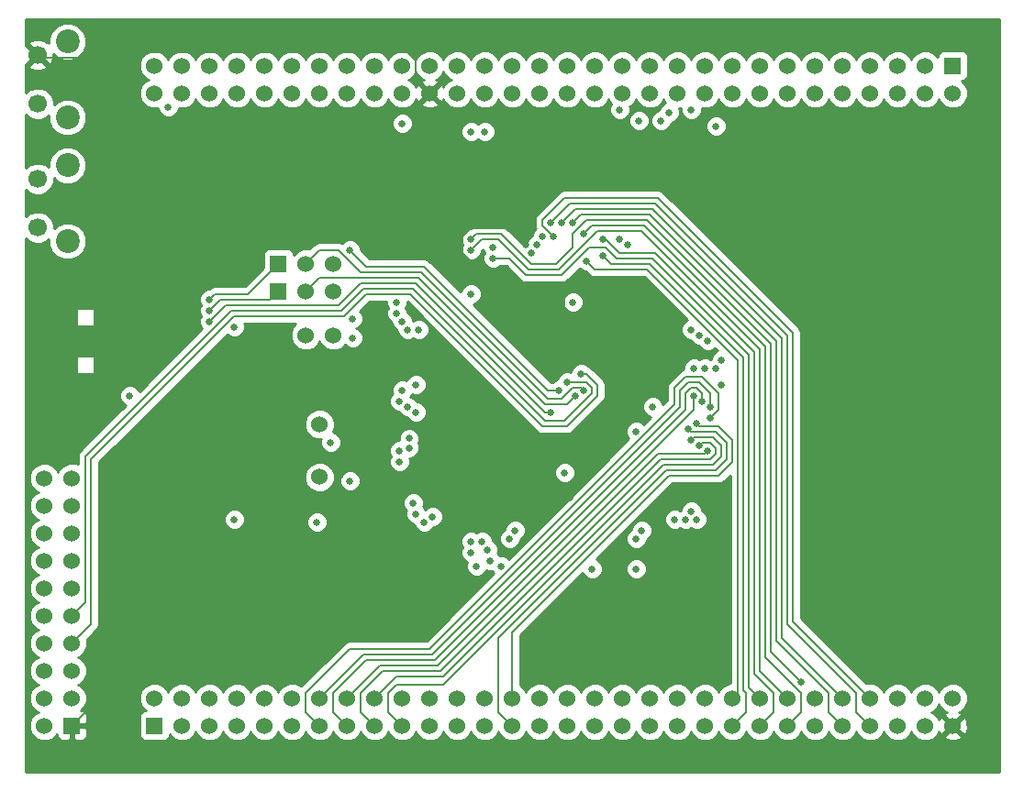
<source format=gbr>
G04 (created by PCBNEW-RS274X (2012-01-19 BZR 3256)-stable) date 01/09/2012 10:32:00*
G01*
G70*
G90*
%MOIN*%
G04 Gerber Fmt 3.4, Leading zero omitted, Abs format*
%FSLAX34Y34*%
G04 APERTURE LIST*
%ADD10C,0.006000*%
%ADD11C,0.060000*%
%ADD12R,0.060000X0.060000*%
%ADD13C,0.086600*%
%ADD14C,0.066900*%
%ADD15C,0.025000*%
%ADD16C,0.008000*%
%ADD17C,0.020000*%
%ADD18C,0.010000*%
G04 APERTURE END LIST*
G54D10*
G54D11*
X61500Y-58500D03*
X62500Y-57500D03*
G54D12*
X62500Y-58500D03*
G54D11*
X61500Y-57500D03*
X62500Y-56500D03*
X61500Y-56500D03*
X62500Y-55500D03*
X61500Y-55500D03*
X62500Y-54500D03*
X61500Y-54500D03*
X62500Y-53500D03*
X61500Y-53500D03*
X62500Y-52500D03*
X61500Y-52500D03*
X62500Y-51500D03*
X61500Y-51500D03*
X62500Y-50500D03*
X61500Y-50500D03*
X62500Y-49500D03*
X61500Y-49500D03*
X71500Y-47539D03*
X71500Y-49461D03*
X71000Y-44300D03*
X72000Y-44300D03*
G54D12*
X94500Y-34500D03*
G54D11*
X94500Y-35500D03*
X89500Y-34500D03*
X93500Y-35500D03*
X88500Y-34500D03*
X92500Y-35500D03*
X87500Y-34500D03*
X91500Y-35500D03*
X86500Y-34500D03*
X90500Y-35500D03*
X85500Y-34500D03*
X89500Y-35500D03*
X84500Y-34500D03*
X88500Y-35500D03*
X83500Y-34500D03*
X87500Y-35500D03*
X82500Y-34500D03*
X86500Y-35500D03*
X81500Y-34500D03*
X85500Y-35500D03*
X80500Y-34500D03*
X84500Y-35500D03*
X79500Y-34500D03*
X83500Y-35500D03*
X82500Y-35500D03*
X78500Y-34500D03*
X81500Y-35500D03*
X79500Y-35500D03*
X78500Y-35500D03*
X77500Y-35500D03*
X76500Y-35500D03*
X77500Y-34500D03*
X76500Y-34500D03*
X93500Y-34500D03*
X92500Y-34500D03*
X91500Y-34500D03*
X90500Y-34500D03*
X75500Y-34500D03*
X75500Y-35500D03*
X80500Y-35500D03*
X74500Y-34500D03*
X74500Y-35500D03*
X73500Y-34500D03*
X73500Y-35500D03*
X72500Y-34500D03*
X72500Y-35500D03*
X71500Y-34500D03*
X71500Y-35500D03*
X70500Y-34500D03*
X70500Y-35500D03*
X69500Y-34500D03*
X69500Y-35500D03*
X68500Y-34500D03*
X68500Y-35500D03*
X67500Y-34500D03*
X67500Y-35500D03*
X66500Y-34500D03*
X66500Y-35500D03*
X65500Y-34500D03*
X65500Y-35500D03*
G54D12*
X65500Y-58500D03*
G54D11*
X65500Y-57500D03*
X70500Y-58500D03*
X66500Y-57500D03*
X71500Y-58500D03*
X67500Y-57500D03*
X72500Y-58500D03*
X68500Y-57500D03*
X73500Y-58500D03*
X69500Y-57500D03*
X74500Y-58500D03*
X70500Y-57500D03*
X75500Y-58500D03*
X71500Y-57500D03*
X76500Y-58500D03*
X72500Y-57500D03*
X77500Y-58500D03*
X73500Y-57500D03*
X78500Y-58500D03*
X74500Y-57500D03*
X79500Y-58500D03*
X75500Y-57500D03*
X80500Y-58500D03*
X76500Y-57500D03*
X77500Y-57500D03*
X81500Y-58500D03*
X78500Y-57500D03*
X80500Y-57500D03*
X81500Y-57500D03*
X82500Y-57500D03*
X83500Y-57500D03*
X82500Y-58500D03*
X83500Y-58500D03*
X66500Y-58500D03*
X67500Y-58500D03*
X68500Y-58500D03*
X69500Y-58500D03*
X84500Y-58500D03*
X84500Y-57500D03*
X79500Y-57500D03*
X85500Y-58500D03*
X85500Y-57500D03*
X86500Y-58500D03*
X86500Y-57500D03*
X87500Y-58500D03*
X87500Y-57500D03*
X88500Y-58500D03*
X88500Y-57500D03*
X89500Y-58500D03*
X89500Y-57500D03*
X90500Y-58500D03*
X90500Y-57500D03*
X91500Y-58500D03*
X91500Y-57500D03*
X92500Y-58500D03*
X92500Y-57500D03*
X93500Y-58500D03*
X93500Y-57500D03*
X94500Y-58500D03*
X94500Y-57500D03*
G54D12*
X70000Y-41700D03*
G54D11*
X71000Y-41700D03*
X72000Y-41700D03*
G54D12*
X70000Y-42700D03*
G54D11*
X71000Y-42700D03*
X72000Y-42700D03*
G54D13*
X62341Y-33622D03*
X62341Y-36378D03*
G54D14*
X61258Y-34114D03*
X61258Y-35886D03*
G54D13*
X62341Y-38122D03*
X62341Y-40878D03*
G54D14*
X61258Y-38614D03*
X61258Y-40386D03*
G54D15*
X68400Y-44000D03*
X68400Y-51000D03*
X74500Y-46300D03*
X74400Y-46700D03*
X74700Y-46900D03*
X75000Y-47100D03*
X72600Y-41200D03*
X66000Y-36000D03*
X80200Y-46300D03*
X77000Y-51800D03*
X85700Y-47300D03*
X85700Y-46900D03*
X85400Y-46700D03*
X85100Y-46500D03*
X85600Y-48500D03*
X85300Y-48300D03*
X85000Y-48100D03*
X74300Y-43500D03*
X74500Y-43800D03*
X74700Y-44100D03*
X75100Y-44100D03*
X74300Y-43100D03*
X79600Y-40700D03*
X79400Y-41000D03*
X81800Y-41400D03*
X84900Y-47700D03*
X85200Y-47500D03*
X82700Y-41000D03*
X82400Y-40800D03*
X77800Y-41500D03*
X80700Y-40200D03*
X80300Y-40200D03*
X79900Y-40200D03*
X80000Y-40700D03*
X77000Y-41200D03*
X81800Y-40800D03*
X77000Y-40800D03*
X89000Y-56900D03*
X81100Y-40600D03*
X81200Y-41600D03*
X81100Y-46300D03*
X80800Y-46500D03*
X74750Y-48050D03*
X74750Y-48400D03*
X74400Y-48500D03*
X74400Y-48900D03*
X77700Y-52500D03*
X77000Y-36900D03*
X77500Y-36900D03*
X78100Y-52700D03*
X85100Y-45500D03*
X85500Y-45500D03*
X83000Y-51700D03*
X83200Y-51400D03*
X85000Y-36100D03*
X71400Y-51100D03*
X85600Y-44500D03*
X77600Y-52100D03*
X74500Y-36600D03*
X85300Y-44300D03*
X78400Y-51700D03*
X85000Y-44100D03*
X78600Y-51400D03*
X77800Y-41100D03*
X77400Y-51800D03*
X84200Y-36200D03*
X83900Y-36500D03*
X85900Y-45500D03*
X86100Y-45200D03*
X85000Y-50700D03*
X85200Y-51000D03*
X84400Y-51000D03*
X84800Y-51000D03*
X82400Y-36100D03*
X80500Y-46000D03*
X81000Y-45700D03*
X77000Y-52200D03*
X74900Y-50400D03*
X75000Y-50800D03*
X75600Y-50900D03*
X75300Y-51100D03*
X67500Y-43000D03*
X67500Y-43400D03*
X67500Y-43800D03*
X79900Y-47100D03*
X64600Y-46500D03*
X83600Y-46900D03*
X81400Y-52800D03*
X79200Y-41300D03*
X72700Y-43700D03*
X72600Y-49600D03*
X75000Y-46100D03*
X80700Y-43100D03*
X85900Y-36700D03*
X77000Y-42800D03*
X86100Y-46100D03*
X72700Y-44400D03*
X80400Y-49300D03*
X83100Y-36500D03*
X83000Y-52800D03*
X77200Y-52700D03*
X71900Y-48200D03*
X83000Y-47800D03*
X70800Y-51000D03*
X68800Y-46500D03*
X83900Y-51700D03*
X72300Y-52500D03*
X80600Y-50200D03*
X79000Y-41000D03*
X82800Y-47100D03*
X80400Y-42800D03*
X76300Y-45200D03*
X81700Y-45100D03*
X78600Y-48700D03*
X81500Y-48300D03*
G54D16*
X72600Y-41200D02*
X73200Y-41800D01*
X73200Y-41800D02*
X75300Y-41800D01*
X79800Y-46300D02*
X75300Y-41800D01*
X80200Y-46300D02*
X79800Y-46300D01*
X86000Y-46400D02*
X85400Y-45800D01*
X75500Y-55700D02*
X72600Y-55700D01*
X84400Y-46800D02*
X75500Y-55700D01*
X86000Y-47000D02*
X86000Y-46400D01*
X71000Y-58000D02*
X71500Y-58500D01*
X71000Y-57300D02*
X71000Y-58000D01*
X84400Y-46200D02*
X84400Y-46800D01*
X72600Y-55700D02*
X71000Y-57300D01*
X86000Y-47000D02*
X85700Y-47300D01*
X85400Y-45800D02*
X84800Y-45800D01*
X84800Y-45800D02*
X84400Y-46200D01*
X85700Y-46400D02*
X85300Y-46000D01*
X84600Y-46900D02*
X75600Y-55900D01*
X85300Y-46000D02*
X84900Y-46000D01*
X84600Y-46300D02*
X84600Y-46900D01*
X85700Y-46900D02*
X85700Y-46400D01*
X75600Y-55900D02*
X73100Y-55900D01*
X71500Y-57500D02*
X73100Y-55900D01*
X84900Y-46000D02*
X84600Y-46300D01*
X72000Y-57300D02*
X72000Y-58000D01*
X72000Y-58000D02*
X72500Y-58500D01*
X85400Y-46700D02*
X85400Y-46400D01*
X75700Y-56100D02*
X73200Y-56100D01*
X84800Y-47000D02*
X75700Y-56100D01*
X85000Y-46200D02*
X84800Y-46400D01*
X84800Y-46400D02*
X84800Y-47000D01*
X73200Y-56100D02*
X72000Y-57300D01*
X85400Y-46400D02*
X85200Y-46200D01*
X85200Y-46200D02*
X85000Y-46200D01*
X85100Y-46500D02*
X85100Y-47000D01*
X72500Y-57500D02*
X73700Y-56300D01*
X75800Y-56300D02*
X73700Y-56300D01*
X85100Y-47000D02*
X75800Y-56300D01*
X83800Y-48600D02*
X75900Y-56500D01*
X75900Y-56500D02*
X73800Y-56500D01*
X73800Y-56500D02*
X73000Y-57300D01*
X73000Y-57300D02*
X73000Y-58000D01*
X73000Y-58000D02*
X73500Y-58500D01*
X85500Y-48600D02*
X83800Y-48600D01*
X85600Y-48500D02*
X85500Y-48600D01*
X85700Y-48800D02*
X83900Y-48800D01*
X73500Y-57500D02*
X74300Y-56700D01*
X85900Y-48400D02*
X85900Y-48600D01*
X85300Y-48300D02*
X85400Y-48200D01*
X83900Y-48800D02*
X76000Y-56700D01*
X85700Y-48200D02*
X85900Y-48400D01*
X85400Y-48200D02*
X85700Y-48200D01*
X76000Y-56700D02*
X74300Y-56700D01*
X85900Y-48600D02*
X85700Y-48800D01*
X74300Y-57000D02*
X74000Y-57300D01*
X85000Y-48100D02*
X85100Y-48000D01*
X84000Y-49000D02*
X76000Y-57000D01*
X85800Y-48000D02*
X86100Y-48300D01*
X86100Y-48300D02*
X86100Y-48700D01*
X74000Y-58000D02*
X74500Y-58500D01*
X86100Y-48700D02*
X85800Y-49000D01*
X85800Y-49000D02*
X84000Y-49000D01*
X85100Y-48000D02*
X85800Y-48000D01*
X76000Y-57000D02*
X74300Y-57000D01*
X74000Y-57300D02*
X74000Y-58000D01*
X82100Y-41700D02*
X83500Y-41700D01*
X81800Y-41400D02*
X82100Y-41700D01*
X86900Y-57200D02*
X86900Y-45100D01*
X87000Y-58000D02*
X87000Y-57300D01*
X83500Y-41700D02*
X86900Y-45100D01*
X86500Y-58500D02*
X87000Y-58000D01*
X87000Y-57300D02*
X86900Y-57200D01*
X84100Y-49200D02*
X78000Y-55300D01*
X78000Y-55300D02*
X78000Y-58000D01*
X78000Y-58000D02*
X78500Y-58500D01*
X84900Y-47700D02*
X85000Y-47800D01*
X86300Y-48200D02*
X86300Y-48800D01*
X86300Y-48800D02*
X85900Y-49200D01*
X85000Y-47800D02*
X85900Y-47800D01*
X85900Y-47800D02*
X86300Y-48200D01*
X85900Y-49200D02*
X84100Y-49200D01*
X85200Y-47500D02*
X85300Y-47600D01*
X85300Y-47600D02*
X86000Y-47600D01*
X78500Y-55100D02*
X78500Y-57500D01*
X86500Y-48100D02*
X86500Y-48900D01*
X84200Y-49400D02*
X78500Y-55100D01*
X86000Y-49400D02*
X84200Y-49400D01*
X86500Y-48900D02*
X86000Y-49400D01*
X86000Y-47600D02*
X86500Y-48100D01*
X79000Y-42100D02*
X80300Y-42100D01*
X80300Y-42100D02*
X81300Y-41100D01*
X87100Y-45000D02*
X87100Y-57100D01*
X81300Y-41100D02*
X81900Y-41100D01*
X87100Y-57100D02*
X87500Y-57500D01*
X82300Y-41500D02*
X83600Y-41500D01*
X78400Y-41500D02*
X79000Y-42100D01*
X83600Y-41500D02*
X87100Y-45000D01*
X81900Y-41100D02*
X82300Y-41500D01*
X77800Y-41500D02*
X78400Y-41500D01*
X83500Y-39900D02*
X88100Y-44500D01*
X80700Y-40200D02*
X81000Y-39900D01*
X90000Y-57300D02*
X90000Y-58000D01*
X88100Y-44500D02*
X88100Y-55400D01*
X81000Y-39900D02*
X83500Y-39900D01*
X90000Y-57300D02*
X88100Y-55400D01*
X90000Y-58000D02*
X90500Y-58500D01*
X90500Y-57500D02*
X88300Y-55300D01*
X80800Y-39700D02*
X83600Y-39700D01*
X83600Y-39700D02*
X88300Y-44400D01*
X80300Y-40200D02*
X80800Y-39700D01*
X88300Y-44400D02*
X88300Y-55300D01*
X80600Y-39500D02*
X83700Y-39500D01*
X88500Y-44300D02*
X88500Y-54800D01*
X91000Y-57300D02*
X88500Y-54800D01*
X91000Y-58000D02*
X91000Y-57300D01*
X91500Y-58500D02*
X91000Y-58000D01*
X83700Y-39500D02*
X88500Y-44300D01*
X79900Y-40200D02*
X80600Y-39500D01*
X91500Y-57500D02*
X88700Y-54700D01*
X80000Y-40700D02*
X79600Y-40300D01*
X83800Y-39300D02*
X88700Y-44200D01*
X79600Y-40300D02*
X79600Y-40100D01*
X80400Y-39300D02*
X83800Y-39300D01*
X79600Y-40100D02*
X80400Y-39300D01*
X88700Y-44200D02*
X88700Y-54700D01*
X80200Y-41900D02*
X81600Y-40500D01*
X77400Y-40800D02*
X78000Y-40800D01*
X78000Y-40800D02*
X79100Y-41900D01*
X83200Y-40500D02*
X87500Y-44800D01*
X88500Y-57500D02*
X87500Y-56500D01*
X77000Y-41200D02*
X77400Y-40800D01*
X79100Y-41900D02*
X80200Y-41900D01*
X81600Y-40500D02*
X83200Y-40500D01*
X87500Y-56500D02*
X87500Y-44800D01*
X83700Y-41300D02*
X87300Y-44900D01*
X81900Y-40800D02*
X82400Y-41300D01*
X88000Y-58000D02*
X87500Y-58500D01*
X81800Y-40800D02*
X81900Y-40800D01*
X87300Y-56600D02*
X88000Y-57300D01*
X87300Y-44900D02*
X87300Y-56600D01*
X82400Y-41300D02*
X83700Y-41300D01*
X88000Y-57300D02*
X88000Y-58000D01*
X80700Y-41100D02*
X80700Y-40600D01*
X80700Y-40600D02*
X81200Y-40100D01*
X77000Y-40800D02*
X77200Y-40600D01*
X81200Y-40100D02*
X83400Y-40100D01*
X79200Y-41700D02*
X80100Y-41700D01*
X80100Y-41700D02*
X80700Y-41100D01*
X78100Y-40600D02*
X79200Y-41700D01*
X77200Y-40600D02*
X78100Y-40600D01*
X83400Y-40100D02*
X87900Y-44600D01*
X87900Y-44600D02*
X87900Y-55800D01*
X87900Y-55800D02*
X89000Y-56900D01*
X83300Y-40300D02*
X87700Y-44700D01*
X89000Y-57300D02*
X87700Y-56000D01*
X89000Y-58000D02*
X88500Y-58500D01*
X81400Y-40300D02*
X83300Y-40300D01*
X87700Y-56000D02*
X87700Y-44700D01*
X81400Y-40300D02*
X81100Y-40600D01*
X89000Y-58000D02*
X89000Y-57300D01*
X83400Y-41900D02*
X86700Y-45200D01*
X81500Y-41900D02*
X83400Y-41900D01*
X81200Y-41600D02*
X81500Y-41900D01*
X86700Y-45200D02*
X86700Y-57300D01*
X86500Y-57500D02*
X86700Y-57300D01*
X81000Y-46200D02*
X80700Y-46200D01*
X73000Y-42000D02*
X75200Y-42000D01*
X72200Y-41200D02*
X73000Y-42000D01*
X71500Y-41200D02*
X72200Y-41200D01*
X80300Y-46600D02*
X79800Y-46600D01*
X79800Y-46600D02*
X75200Y-42000D01*
X80700Y-46200D02*
X80300Y-46600D01*
X81100Y-46300D02*
X81000Y-46200D01*
X71000Y-41700D02*
X71500Y-41200D01*
X71500Y-42200D02*
X75100Y-42200D01*
X80500Y-46800D02*
X79700Y-46800D01*
X79700Y-46800D02*
X75100Y-42200D01*
X71000Y-42700D02*
X71500Y-42200D01*
X80800Y-46500D02*
X80500Y-46800D01*
X73100Y-42600D02*
X74900Y-42600D01*
X63000Y-54000D02*
X62500Y-54500D01*
X80500Y-46000D02*
X81200Y-46000D01*
X81200Y-46000D02*
X81400Y-46200D01*
X79700Y-47400D02*
X74900Y-42600D01*
X81400Y-46200D02*
X81400Y-46400D01*
X68300Y-43400D02*
X63000Y-48700D01*
X72300Y-43400D02*
X73100Y-42600D01*
X81400Y-46400D02*
X80400Y-47400D01*
X80400Y-47400D02*
X79700Y-47400D01*
X72300Y-43400D02*
X68300Y-43400D01*
X63000Y-48700D02*
X63000Y-54000D01*
X79600Y-47600D02*
X74800Y-42800D01*
X80500Y-47600D02*
X79600Y-47600D01*
X68400Y-43600D02*
X63200Y-48800D01*
X81200Y-45700D02*
X81600Y-46100D01*
X72400Y-43600D02*
X68400Y-43600D01*
X81000Y-45700D02*
X81200Y-45700D01*
X81600Y-46500D02*
X80500Y-47600D01*
X72400Y-43600D02*
X73200Y-42800D01*
X81600Y-46100D02*
X81600Y-46500D01*
X73200Y-42800D02*
X74800Y-42800D01*
X63200Y-54800D02*
X62500Y-55500D01*
X63200Y-48800D02*
X63200Y-54800D01*
X70000Y-41700D02*
X68900Y-42800D01*
X68900Y-42800D02*
X67700Y-42800D01*
X67700Y-42800D02*
X67500Y-43000D01*
X69700Y-43000D02*
X67900Y-43000D01*
X70000Y-42700D02*
X69700Y-43000D01*
X67500Y-43400D02*
X67900Y-43000D01*
X67500Y-43800D02*
X68100Y-43200D01*
X72200Y-43200D02*
X73000Y-42400D01*
X75000Y-42400D02*
X79700Y-47100D01*
X68100Y-43200D02*
X72200Y-43200D01*
X73000Y-42400D02*
X75000Y-42400D01*
X79700Y-47100D02*
X79900Y-47100D01*
X80400Y-43800D02*
X80400Y-42800D01*
X64800Y-34200D02*
X65000Y-34000D01*
X81500Y-48300D02*
X81500Y-49300D01*
X61258Y-34114D02*
X61344Y-34200D01*
G54D17*
X76300Y-45200D02*
X70100Y-45200D01*
G54D16*
X79000Y-41000D02*
X78400Y-40400D01*
X75000Y-34300D02*
X75000Y-35000D01*
X82800Y-47100D02*
X82800Y-46200D01*
X61344Y-34200D02*
X64800Y-34200D01*
X74700Y-34000D02*
X65000Y-34000D01*
X78200Y-42800D02*
X80400Y-42800D01*
X78400Y-40400D02*
X77000Y-40400D01*
X76700Y-40700D02*
X76700Y-41300D01*
X78600Y-48700D02*
X80100Y-50200D01*
X81500Y-49300D02*
X80600Y-50200D01*
G54D17*
X68800Y-49000D02*
X70800Y-51000D01*
G54D16*
X77000Y-40400D02*
X76700Y-40700D01*
X78600Y-47500D02*
X76300Y-45200D01*
X68500Y-52500D02*
X72300Y-52500D01*
X62500Y-58500D02*
X68500Y-52500D01*
X82800Y-46200D02*
X81700Y-45100D01*
X80100Y-50200D02*
X80600Y-50200D01*
G54D17*
X70100Y-45200D02*
X68800Y-46500D01*
X68800Y-46500D02*
X68800Y-49000D01*
G54D16*
X74700Y-34000D02*
X75000Y-34300D01*
X81700Y-45100D02*
X80400Y-43800D01*
X76700Y-41300D02*
X78200Y-42800D01*
X78600Y-48700D02*
X78600Y-47500D01*
X75500Y-35500D02*
X75000Y-35000D01*
X81600Y-48300D02*
X82800Y-47100D01*
X81500Y-48300D02*
X81600Y-48300D01*
G54D10*
G36*
X86410Y-56951D02*
X86391Y-56951D01*
X86189Y-57035D01*
X86035Y-57189D01*
X86000Y-57273D01*
X85965Y-57189D01*
X85811Y-57035D01*
X85609Y-56951D01*
X85575Y-56951D01*
X85575Y-51075D01*
X85575Y-50926D01*
X85518Y-50788D01*
X85413Y-50683D01*
X85375Y-50667D01*
X85375Y-50626D01*
X85318Y-50488D01*
X85213Y-50383D01*
X85075Y-50325D01*
X84926Y-50325D01*
X84788Y-50382D01*
X84683Y-50487D01*
X84625Y-50625D01*
X84625Y-50666D01*
X84599Y-50677D01*
X84475Y-50625D01*
X84326Y-50625D01*
X84188Y-50682D01*
X84083Y-50787D01*
X84025Y-50925D01*
X84025Y-51074D01*
X84082Y-51212D01*
X84187Y-51317D01*
X84325Y-51375D01*
X84474Y-51375D01*
X84600Y-51322D01*
X84725Y-51375D01*
X84874Y-51375D01*
X85000Y-51322D01*
X85125Y-51375D01*
X85274Y-51375D01*
X85412Y-51318D01*
X85517Y-51213D01*
X85575Y-51075D01*
X85575Y-56951D01*
X85391Y-56951D01*
X85189Y-57035D01*
X85035Y-57189D01*
X85000Y-57273D01*
X84965Y-57189D01*
X84811Y-57035D01*
X84609Y-56951D01*
X84391Y-56951D01*
X84189Y-57035D01*
X84035Y-57189D01*
X84000Y-57273D01*
X83965Y-57189D01*
X83811Y-57035D01*
X83609Y-56951D01*
X83575Y-56951D01*
X83575Y-51475D01*
X83575Y-51326D01*
X83518Y-51188D01*
X83413Y-51083D01*
X83275Y-51025D01*
X83126Y-51025D01*
X82988Y-51082D01*
X82883Y-51187D01*
X82825Y-51325D01*
X82825Y-51366D01*
X82788Y-51382D01*
X82683Y-51487D01*
X82625Y-51625D01*
X82625Y-51774D01*
X82682Y-51912D01*
X82787Y-52017D01*
X82925Y-52075D01*
X83074Y-52075D01*
X83212Y-52018D01*
X83317Y-51913D01*
X83375Y-51775D01*
X83375Y-51733D01*
X83412Y-51718D01*
X83517Y-51613D01*
X83575Y-51475D01*
X83575Y-56951D01*
X83391Y-56951D01*
X83375Y-56957D01*
X83375Y-52875D01*
X83375Y-52726D01*
X83318Y-52588D01*
X83213Y-52483D01*
X83075Y-52425D01*
X82926Y-52425D01*
X82788Y-52482D01*
X82683Y-52587D01*
X82625Y-52725D01*
X82625Y-52874D01*
X82682Y-53012D01*
X82787Y-53117D01*
X82925Y-53175D01*
X83074Y-53175D01*
X83212Y-53118D01*
X83317Y-53013D01*
X83375Y-52875D01*
X83375Y-56957D01*
X83189Y-57035D01*
X83035Y-57189D01*
X83000Y-57273D01*
X82965Y-57189D01*
X82811Y-57035D01*
X82609Y-56951D01*
X82391Y-56951D01*
X82189Y-57035D01*
X82035Y-57189D01*
X82000Y-57273D01*
X81965Y-57189D01*
X81811Y-57035D01*
X81609Y-56951D01*
X81391Y-56951D01*
X81189Y-57035D01*
X81035Y-57189D01*
X81000Y-57273D01*
X80965Y-57189D01*
X80811Y-57035D01*
X80609Y-56951D01*
X80391Y-56951D01*
X80189Y-57035D01*
X80035Y-57189D01*
X80000Y-57273D01*
X79965Y-57189D01*
X79811Y-57035D01*
X79609Y-56951D01*
X79391Y-56951D01*
X79189Y-57035D01*
X79035Y-57189D01*
X79000Y-57273D01*
X78965Y-57189D01*
X78811Y-57035D01*
X78790Y-57026D01*
X78790Y-55220D01*
X81057Y-52952D01*
X81082Y-53012D01*
X81187Y-53117D01*
X81325Y-53175D01*
X81474Y-53175D01*
X81612Y-53118D01*
X81717Y-53013D01*
X81775Y-52875D01*
X81775Y-52726D01*
X81718Y-52588D01*
X81613Y-52483D01*
X81552Y-52457D01*
X84320Y-49690D01*
X86000Y-49690D01*
X86111Y-49668D01*
X86205Y-49605D01*
X86410Y-49400D01*
X86410Y-56951D01*
X86410Y-56951D01*
G37*
G54D18*
X86410Y-56951D02*
X86391Y-56951D01*
X86189Y-57035D01*
X86035Y-57189D01*
X86000Y-57273D01*
X85965Y-57189D01*
X85811Y-57035D01*
X85609Y-56951D01*
X85575Y-56951D01*
X85575Y-51075D01*
X85575Y-50926D01*
X85518Y-50788D01*
X85413Y-50683D01*
X85375Y-50667D01*
X85375Y-50626D01*
X85318Y-50488D01*
X85213Y-50383D01*
X85075Y-50325D01*
X84926Y-50325D01*
X84788Y-50382D01*
X84683Y-50487D01*
X84625Y-50625D01*
X84625Y-50666D01*
X84599Y-50677D01*
X84475Y-50625D01*
X84326Y-50625D01*
X84188Y-50682D01*
X84083Y-50787D01*
X84025Y-50925D01*
X84025Y-51074D01*
X84082Y-51212D01*
X84187Y-51317D01*
X84325Y-51375D01*
X84474Y-51375D01*
X84600Y-51322D01*
X84725Y-51375D01*
X84874Y-51375D01*
X85000Y-51322D01*
X85125Y-51375D01*
X85274Y-51375D01*
X85412Y-51318D01*
X85517Y-51213D01*
X85575Y-51075D01*
X85575Y-56951D01*
X85391Y-56951D01*
X85189Y-57035D01*
X85035Y-57189D01*
X85000Y-57273D01*
X84965Y-57189D01*
X84811Y-57035D01*
X84609Y-56951D01*
X84391Y-56951D01*
X84189Y-57035D01*
X84035Y-57189D01*
X84000Y-57273D01*
X83965Y-57189D01*
X83811Y-57035D01*
X83609Y-56951D01*
X83575Y-56951D01*
X83575Y-51475D01*
X83575Y-51326D01*
X83518Y-51188D01*
X83413Y-51083D01*
X83275Y-51025D01*
X83126Y-51025D01*
X82988Y-51082D01*
X82883Y-51187D01*
X82825Y-51325D01*
X82825Y-51366D01*
X82788Y-51382D01*
X82683Y-51487D01*
X82625Y-51625D01*
X82625Y-51774D01*
X82682Y-51912D01*
X82787Y-52017D01*
X82925Y-52075D01*
X83074Y-52075D01*
X83212Y-52018D01*
X83317Y-51913D01*
X83375Y-51775D01*
X83375Y-51733D01*
X83412Y-51718D01*
X83517Y-51613D01*
X83575Y-51475D01*
X83575Y-56951D01*
X83391Y-56951D01*
X83375Y-56957D01*
X83375Y-52875D01*
X83375Y-52726D01*
X83318Y-52588D01*
X83213Y-52483D01*
X83075Y-52425D01*
X82926Y-52425D01*
X82788Y-52482D01*
X82683Y-52587D01*
X82625Y-52725D01*
X82625Y-52874D01*
X82682Y-53012D01*
X82787Y-53117D01*
X82925Y-53175D01*
X83074Y-53175D01*
X83212Y-53118D01*
X83317Y-53013D01*
X83375Y-52875D01*
X83375Y-56957D01*
X83189Y-57035D01*
X83035Y-57189D01*
X83000Y-57273D01*
X82965Y-57189D01*
X82811Y-57035D01*
X82609Y-56951D01*
X82391Y-56951D01*
X82189Y-57035D01*
X82035Y-57189D01*
X82000Y-57273D01*
X81965Y-57189D01*
X81811Y-57035D01*
X81609Y-56951D01*
X81391Y-56951D01*
X81189Y-57035D01*
X81035Y-57189D01*
X81000Y-57273D01*
X80965Y-57189D01*
X80811Y-57035D01*
X80609Y-56951D01*
X80391Y-56951D01*
X80189Y-57035D01*
X80035Y-57189D01*
X80000Y-57273D01*
X79965Y-57189D01*
X79811Y-57035D01*
X79609Y-56951D01*
X79391Y-56951D01*
X79189Y-57035D01*
X79035Y-57189D01*
X79000Y-57273D01*
X78965Y-57189D01*
X78811Y-57035D01*
X78790Y-57026D01*
X78790Y-55220D01*
X81057Y-52952D01*
X81082Y-53012D01*
X81187Y-53117D01*
X81325Y-53175D01*
X81474Y-53175D01*
X81612Y-53118D01*
X81717Y-53013D01*
X81775Y-52875D01*
X81775Y-52726D01*
X81718Y-52588D01*
X81613Y-52483D01*
X81552Y-52457D01*
X84320Y-49690D01*
X86000Y-49690D01*
X86111Y-49668D01*
X86205Y-49605D01*
X86410Y-49400D01*
X86410Y-56951D01*
G54D10*
G36*
X96175Y-60175D02*
X95049Y-60175D01*
X95049Y-57609D01*
X95049Y-57391D01*
X95049Y-35609D01*
X95049Y-35391D01*
X94965Y-35189D01*
X94825Y-35049D01*
X94849Y-35049D01*
X94941Y-35011D01*
X95011Y-34941D01*
X95049Y-34850D01*
X95049Y-34751D01*
X95049Y-34151D01*
X95011Y-34059D01*
X94941Y-33989D01*
X94850Y-33951D01*
X94751Y-33951D01*
X94151Y-33951D01*
X94059Y-33989D01*
X93989Y-34059D01*
X93951Y-34150D01*
X93951Y-34175D01*
X93811Y-34035D01*
X93609Y-33951D01*
X93391Y-33951D01*
X93189Y-34035D01*
X93035Y-34189D01*
X93000Y-34273D01*
X92965Y-34189D01*
X92811Y-34035D01*
X92609Y-33951D01*
X92391Y-33951D01*
X92189Y-34035D01*
X92035Y-34189D01*
X92000Y-34273D01*
X91965Y-34189D01*
X91811Y-34035D01*
X91609Y-33951D01*
X91391Y-33951D01*
X91189Y-34035D01*
X91035Y-34189D01*
X91000Y-34273D01*
X90965Y-34189D01*
X90811Y-34035D01*
X90609Y-33951D01*
X90391Y-33951D01*
X90189Y-34035D01*
X90035Y-34189D01*
X90000Y-34273D01*
X89965Y-34189D01*
X89811Y-34035D01*
X89609Y-33951D01*
X89391Y-33951D01*
X89189Y-34035D01*
X89035Y-34189D01*
X89000Y-34273D01*
X88965Y-34189D01*
X88811Y-34035D01*
X88609Y-33951D01*
X88391Y-33951D01*
X88189Y-34035D01*
X88035Y-34189D01*
X88000Y-34273D01*
X87965Y-34189D01*
X87811Y-34035D01*
X87609Y-33951D01*
X87391Y-33951D01*
X87189Y-34035D01*
X87035Y-34189D01*
X87000Y-34273D01*
X86965Y-34189D01*
X86811Y-34035D01*
X86609Y-33951D01*
X86391Y-33951D01*
X86189Y-34035D01*
X86035Y-34189D01*
X86000Y-34273D01*
X85965Y-34189D01*
X85811Y-34035D01*
X85609Y-33951D01*
X85391Y-33951D01*
X85189Y-34035D01*
X85035Y-34189D01*
X85000Y-34273D01*
X84965Y-34189D01*
X84811Y-34035D01*
X84609Y-33951D01*
X84391Y-33951D01*
X84189Y-34035D01*
X84035Y-34189D01*
X84000Y-34273D01*
X83965Y-34189D01*
X83811Y-34035D01*
X83609Y-33951D01*
X83391Y-33951D01*
X83189Y-34035D01*
X83035Y-34189D01*
X83000Y-34273D01*
X82965Y-34189D01*
X82811Y-34035D01*
X82609Y-33951D01*
X82391Y-33951D01*
X82189Y-34035D01*
X82035Y-34189D01*
X82000Y-34273D01*
X81965Y-34189D01*
X81811Y-34035D01*
X81609Y-33951D01*
X81391Y-33951D01*
X81189Y-34035D01*
X81035Y-34189D01*
X81000Y-34273D01*
X80965Y-34189D01*
X80811Y-34035D01*
X80609Y-33951D01*
X80391Y-33951D01*
X80189Y-34035D01*
X80035Y-34189D01*
X80000Y-34273D01*
X79965Y-34189D01*
X79811Y-34035D01*
X79609Y-33951D01*
X79391Y-33951D01*
X79189Y-34035D01*
X79035Y-34189D01*
X79000Y-34273D01*
X78965Y-34189D01*
X78811Y-34035D01*
X78609Y-33951D01*
X78391Y-33951D01*
X78189Y-34035D01*
X78035Y-34189D01*
X78000Y-34273D01*
X77965Y-34189D01*
X77811Y-34035D01*
X77609Y-33951D01*
X77391Y-33951D01*
X77189Y-34035D01*
X77035Y-34189D01*
X77000Y-34273D01*
X76965Y-34189D01*
X76811Y-34035D01*
X76609Y-33951D01*
X76391Y-33951D01*
X76189Y-34035D01*
X76035Y-34189D01*
X76000Y-34273D01*
X75965Y-34189D01*
X75811Y-34035D01*
X75609Y-33951D01*
X75391Y-33951D01*
X75189Y-34035D01*
X75035Y-34189D01*
X75000Y-34273D01*
X74965Y-34189D01*
X74811Y-34035D01*
X74609Y-33951D01*
X74391Y-33951D01*
X74189Y-34035D01*
X74035Y-34189D01*
X74000Y-34273D01*
X73965Y-34189D01*
X73811Y-34035D01*
X73609Y-33951D01*
X73391Y-33951D01*
X73189Y-34035D01*
X73035Y-34189D01*
X73000Y-34273D01*
X72965Y-34189D01*
X72811Y-34035D01*
X72609Y-33951D01*
X72391Y-33951D01*
X72189Y-34035D01*
X72035Y-34189D01*
X72000Y-34273D01*
X71965Y-34189D01*
X71811Y-34035D01*
X71609Y-33951D01*
X71391Y-33951D01*
X71189Y-34035D01*
X71035Y-34189D01*
X71000Y-34273D01*
X70965Y-34189D01*
X70811Y-34035D01*
X70609Y-33951D01*
X70391Y-33951D01*
X70189Y-34035D01*
X70035Y-34189D01*
X70000Y-34273D01*
X69965Y-34189D01*
X69811Y-34035D01*
X69609Y-33951D01*
X69391Y-33951D01*
X69189Y-34035D01*
X69035Y-34189D01*
X69000Y-34273D01*
X68965Y-34189D01*
X68811Y-34035D01*
X68609Y-33951D01*
X68391Y-33951D01*
X68189Y-34035D01*
X68035Y-34189D01*
X68000Y-34273D01*
X67965Y-34189D01*
X67811Y-34035D01*
X67609Y-33951D01*
X67391Y-33951D01*
X67189Y-34035D01*
X67035Y-34189D01*
X67000Y-34273D01*
X66965Y-34189D01*
X66811Y-34035D01*
X66609Y-33951D01*
X66391Y-33951D01*
X66189Y-34035D01*
X66035Y-34189D01*
X66000Y-34273D01*
X65965Y-34189D01*
X65811Y-34035D01*
X65609Y-33951D01*
X65391Y-33951D01*
X65189Y-34035D01*
X65035Y-34189D01*
X64951Y-34391D01*
X64951Y-34609D01*
X65035Y-34811D01*
X65189Y-34965D01*
X65273Y-35000D01*
X65189Y-35035D01*
X65035Y-35189D01*
X64951Y-35391D01*
X64951Y-35609D01*
X65035Y-35811D01*
X65189Y-35965D01*
X65391Y-36049D01*
X65609Y-36049D01*
X65625Y-36042D01*
X65625Y-36074D01*
X65682Y-36212D01*
X65787Y-36317D01*
X65925Y-36375D01*
X66074Y-36375D01*
X66212Y-36318D01*
X66317Y-36213D01*
X66375Y-36075D01*
X66375Y-36042D01*
X66391Y-36049D01*
X66609Y-36049D01*
X66811Y-35965D01*
X66965Y-35811D01*
X67000Y-35726D01*
X67035Y-35811D01*
X67189Y-35965D01*
X67391Y-36049D01*
X67609Y-36049D01*
X67811Y-35965D01*
X67965Y-35811D01*
X68000Y-35726D01*
X68035Y-35811D01*
X68189Y-35965D01*
X68391Y-36049D01*
X68609Y-36049D01*
X68811Y-35965D01*
X68965Y-35811D01*
X69000Y-35726D01*
X69035Y-35811D01*
X69189Y-35965D01*
X69391Y-36049D01*
X69609Y-36049D01*
X69811Y-35965D01*
X69965Y-35811D01*
X70000Y-35726D01*
X70035Y-35811D01*
X70189Y-35965D01*
X70391Y-36049D01*
X70609Y-36049D01*
X70811Y-35965D01*
X70965Y-35811D01*
X71000Y-35726D01*
X71035Y-35811D01*
X71189Y-35965D01*
X71391Y-36049D01*
X71609Y-36049D01*
X71811Y-35965D01*
X71965Y-35811D01*
X72000Y-35726D01*
X72035Y-35811D01*
X72189Y-35965D01*
X72391Y-36049D01*
X72609Y-36049D01*
X72811Y-35965D01*
X72965Y-35811D01*
X73000Y-35726D01*
X73035Y-35811D01*
X73189Y-35965D01*
X73391Y-36049D01*
X73609Y-36049D01*
X73811Y-35965D01*
X73965Y-35811D01*
X74000Y-35726D01*
X74035Y-35811D01*
X74189Y-35965D01*
X74391Y-36049D01*
X74609Y-36049D01*
X74811Y-35965D01*
X74965Y-35811D01*
X75002Y-35719D01*
X75028Y-35781D01*
X75122Y-35808D01*
X75429Y-35500D01*
X75122Y-35192D01*
X75028Y-35219D01*
X75004Y-35284D01*
X74965Y-35189D01*
X74811Y-35035D01*
X74726Y-35000D01*
X74811Y-34965D01*
X74965Y-34811D01*
X75000Y-34726D01*
X75035Y-34811D01*
X75189Y-34965D01*
X75280Y-35002D01*
X75219Y-35028D01*
X75192Y-35122D01*
X75500Y-35429D01*
X75808Y-35122D01*
X75781Y-35028D01*
X75715Y-35004D01*
X75811Y-34965D01*
X75965Y-34811D01*
X76000Y-34726D01*
X76035Y-34811D01*
X76189Y-34965D01*
X76273Y-35000D01*
X76189Y-35035D01*
X76035Y-35189D01*
X75997Y-35280D01*
X75972Y-35219D01*
X75878Y-35192D01*
X75571Y-35500D01*
X75878Y-35808D01*
X75972Y-35781D01*
X75995Y-35715D01*
X76035Y-35811D01*
X76189Y-35965D01*
X76391Y-36049D01*
X76609Y-36049D01*
X76811Y-35965D01*
X76965Y-35811D01*
X77000Y-35726D01*
X77035Y-35811D01*
X77189Y-35965D01*
X77391Y-36049D01*
X77609Y-36049D01*
X77811Y-35965D01*
X77965Y-35811D01*
X78000Y-35726D01*
X78035Y-35811D01*
X78189Y-35965D01*
X78391Y-36049D01*
X78609Y-36049D01*
X78811Y-35965D01*
X78965Y-35811D01*
X79000Y-35726D01*
X79035Y-35811D01*
X79189Y-35965D01*
X79391Y-36049D01*
X79609Y-36049D01*
X79811Y-35965D01*
X79965Y-35811D01*
X80000Y-35726D01*
X80035Y-35811D01*
X80189Y-35965D01*
X80391Y-36049D01*
X80609Y-36049D01*
X80811Y-35965D01*
X80965Y-35811D01*
X81000Y-35726D01*
X81035Y-35811D01*
X81189Y-35965D01*
X81391Y-36049D01*
X81609Y-36049D01*
X81811Y-35965D01*
X81965Y-35811D01*
X82000Y-35726D01*
X82035Y-35811D01*
X82097Y-35873D01*
X82083Y-35887D01*
X82025Y-36025D01*
X82025Y-36174D01*
X82082Y-36312D01*
X82187Y-36417D01*
X82325Y-36475D01*
X82474Y-36475D01*
X82612Y-36418D01*
X82717Y-36313D01*
X82775Y-36175D01*
X82775Y-36026D01*
X82758Y-35986D01*
X82811Y-35965D01*
X82965Y-35811D01*
X83000Y-35726D01*
X83035Y-35811D01*
X83189Y-35965D01*
X83391Y-36049D01*
X83609Y-36049D01*
X83811Y-35965D01*
X83965Y-35811D01*
X84000Y-35726D01*
X84035Y-35811D01*
X84071Y-35847D01*
X83988Y-35882D01*
X83883Y-35987D01*
X83825Y-36125D01*
X83688Y-36182D01*
X83583Y-36287D01*
X83525Y-36425D01*
X83525Y-36574D01*
X83582Y-36712D01*
X83687Y-36817D01*
X83825Y-36875D01*
X83974Y-36875D01*
X84112Y-36818D01*
X84217Y-36713D01*
X84274Y-36575D01*
X84275Y-36575D01*
X84275Y-36574D01*
X84412Y-36518D01*
X84517Y-36413D01*
X84575Y-36275D01*
X84575Y-36126D01*
X84543Y-36049D01*
X84609Y-36049D01*
X84625Y-36042D01*
X84625Y-36174D01*
X84682Y-36312D01*
X84787Y-36417D01*
X84925Y-36475D01*
X85074Y-36475D01*
X85212Y-36418D01*
X85317Y-36313D01*
X85375Y-36175D01*
X85375Y-36042D01*
X85391Y-36049D01*
X85609Y-36049D01*
X85811Y-35965D01*
X85965Y-35811D01*
X86000Y-35726D01*
X86035Y-35811D01*
X86189Y-35965D01*
X86391Y-36049D01*
X86609Y-36049D01*
X86811Y-35965D01*
X86965Y-35811D01*
X87000Y-35726D01*
X87035Y-35811D01*
X87189Y-35965D01*
X87391Y-36049D01*
X87609Y-36049D01*
X87811Y-35965D01*
X87965Y-35811D01*
X88000Y-35726D01*
X88035Y-35811D01*
X88189Y-35965D01*
X88391Y-36049D01*
X88609Y-36049D01*
X88811Y-35965D01*
X88965Y-35811D01*
X89000Y-35726D01*
X89035Y-35811D01*
X89189Y-35965D01*
X89391Y-36049D01*
X89609Y-36049D01*
X89811Y-35965D01*
X89965Y-35811D01*
X90000Y-35726D01*
X90035Y-35811D01*
X90189Y-35965D01*
X90391Y-36049D01*
X90609Y-36049D01*
X90811Y-35965D01*
X90965Y-35811D01*
X91000Y-35726D01*
X91035Y-35811D01*
X91189Y-35965D01*
X91391Y-36049D01*
X91609Y-36049D01*
X91811Y-35965D01*
X91965Y-35811D01*
X92000Y-35726D01*
X92035Y-35811D01*
X92189Y-35965D01*
X92391Y-36049D01*
X92609Y-36049D01*
X92811Y-35965D01*
X92965Y-35811D01*
X93000Y-35726D01*
X93035Y-35811D01*
X93189Y-35965D01*
X93391Y-36049D01*
X93609Y-36049D01*
X93811Y-35965D01*
X93965Y-35811D01*
X94000Y-35726D01*
X94035Y-35811D01*
X94189Y-35965D01*
X94391Y-36049D01*
X94609Y-36049D01*
X94811Y-35965D01*
X94965Y-35811D01*
X95049Y-35609D01*
X95049Y-57391D01*
X94965Y-57189D01*
X94811Y-57035D01*
X94609Y-56951D01*
X94391Y-56951D01*
X94189Y-57035D01*
X94035Y-57189D01*
X94000Y-57273D01*
X93965Y-57189D01*
X93811Y-57035D01*
X93609Y-56951D01*
X93391Y-56951D01*
X93189Y-57035D01*
X93035Y-57189D01*
X93000Y-57273D01*
X92965Y-57189D01*
X92811Y-57035D01*
X92609Y-56951D01*
X92391Y-56951D01*
X92189Y-57035D01*
X92035Y-57189D01*
X92000Y-57273D01*
X91965Y-57189D01*
X91811Y-57035D01*
X91609Y-56951D01*
X91391Y-56951D01*
X91369Y-56959D01*
X88990Y-54580D01*
X88990Y-44200D01*
X88968Y-44089D01*
X88905Y-43995D01*
X88905Y-43994D01*
X86275Y-41364D01*
X86275Y-36775D01*
X86275Y-36626D01*
X86218Y-36488D01*
X86113Y-36383D01*
X85975Y-36325D01*
X85826Y-36325D01*
X85688Y-36382D01*
X85583Y-36487D01*
X85525Y-36625D01*
X85525Y-36774D01*
X85582Y-36912D01*
X85687Y-37017D01*
X85825Y-37075D01*
X85974Y-37075D01*
X86112Y-37018D01*
X86217Y-36913D01*
X86275Y-36775D01*
X86275Y-41364D01*
X84005Y-39095D01*
X83911Y-39032D01*
X83800Y-39010D01*
X83475Y-39010D01*
X83475Y-36575D01*
X83475Y-36426D01*
X83418Y-36288D01*
X83313Y-36183D01*
X83175Y-36125D01*
X83026Y-36125D01*
X82888Y-36182D01*
X82783Y-36287D01*
X82725Y-36425D01*
X82725Y-36574D01*
X82782Y-36712D01*
X82887Y-36817D01*
X83025Y-36875D01*
X83174Y-36875D01*
X83312Y-36818D01*
X83417Y-36713D01*
X83475Y-36575D01*
X83475Y-39010D01*
X80400Y-39010D01*
X80289Y-39032D01*
X80195Y-39095D01*
X79395Y-39895D01*
X79332Y-39989D01*
X79310Y-40100D01*
X79310Y-40300D01*
X79332Y-40411D01*
X79342Y-40427D01*
X79283Y-40487D01*
X79225Y-40625D01*
X79225Y-40666D01*
X79188Y-40682D01*
X79083Y-40787D01*
X79025Y-40925D01*
X79025Y-40966D01*
X78988Y-40982D01*
X78940Y-41029D01*
X78305Y-40395D01*
X78211Y-40332D01*
X78100Y-40310D01*
X77875Y-40310D01*
X77875Y-36975D01*
X77875Y-36826D01*
X77818Y-36688D01*
X77713Y-36583D01*
X77575Y-36525D01*
X77426Y-36525D01*
X77288Y-36582D01*
X77250Y-36620D01*
X77213Y-36583D01*
X77075Y-36525D01*
X76926Y-36525D01*
X76788Y-36582D01*
X76683Y-36687D01*
X76625Y-36825D01*
X76625Y-36974D01*
X76682Y-37112D01*
X76787Y-37217D01*
X76925Y-37275D01*
X77074Y-37275D01*
X77212Y-37218D01*
X77250Y-37180D01*
X77287Y-37217D01*
X77425Y-37275D01*
X77574Y-37275D01*
X77712Y-37218D01*
X77817Y-37113D01*
X77875Y-36975D01*
X77875Y-40310D01*
X77200Y-40310D01*
X77089Y-40332D01*
X76995Y-40395D01*
X76994Y-40395D01*
X76994Y-40396D01*
X76965Y-40425D01*
X76926Y-40425D01*
X76788Y-40482D01*
X76683Y-40587D01*
X76625Y-40725D01*
X76625Y-40874D01*
X76677Y-41000D01*
X76625Y-41125D01*
X76625Y-41274D01*
X76682Y-41412D01*
X76787Y-41517D01*
X76925Y-41575D01*
X77074Y-41575D01*
X77212Y-41518D01*
X77317Y-41413D01*
X77375Y-41275D01*
X77375Y-41235D01*
X77428Y-41182D01*
X77477Y-41300D01*
X77425Y-41425D01*
X77425Y-41574D01*
X77482Y-41712D01*
X77587Y-41817D01*
X77725Y-41875D01*
X77874Y-41875D01*
X78012Y-41818D01*
X78040Y-41790D01*
X78280Y-41790D01*
X78795Y-42305D01*
X78889Y-42368D01*
X79000Y-42390D01*
X80300Y-42390D01*
X80411Y-42368D01*
X80505Y-42305D01*
X80940Y-41870D01*
X80987Y-41917D01*
X81125Y-41975D01*
X81165Y-41975D01*
X81295Y-42105D01*
X81389Y-42168D01*
X81500Y-42190D01*
X83280Y-42190D01*
X84847Y-43757D01*
X84788Y-43782D01*
X84683Y-43887D01*
X84625Y-44025D01*
X84625Y-44174D01*
X84682Y-44312D01*
X84787Y-44417D01*
X84925Y-44475D01*
X84966Y-44475D01*
X84982Y-44512D01*
X85087Y-44617D01*
X85225Y-44675D01*
X85266Y-44675D01*
X85282Y-44712D01*
X85387Y-44817D01*
X85525Y-44875D01*
X85674Y-44875D01*
X85812Y-44818D01*
X85860Y-44770D01*
X85947Y-44857D01*
X85888Y-44882D01*
X85783Y-44987D01*
X85725Y-45125D01*
X85725Y-45166D01*
X85699Y-45177D01*
X85575Y-45125D01*
X85426Y-45125D01*
X85299Y-45177D01*
X85175Y-45125D01*
X85026Y-45125D01*
X84888Y-45182D01*
X84783Y-45287D01*
X84725Y-45425D01*
X84725Y-45524D01*
X84706Y-45528D01*
X84688Y-45532D01*
X84594Y-45595D01*
X84195Y-45995D01*
X84132Y-46089D01*
X84110Y-46200D01*
X84110Y-46680D01*
X83971Y-46818D01*
X83918Y-46688D01*
X83813Y-46583D01*
X83675Y-46525D01*
X83526Y-46525D01*
X83388Y-46582D01*
X83283Y-46687D01*
X83225Y-46825D01*
X83225Y-46974D01*
X83282Y-47112D01*
X83387Y-47217D01*
X83517Y-47272D01*
X83260Y-47530D01*
X83213Y-47483D01*
X83075Y-47425D01*
X82926Y-47425D01*
X82788Y-47482D01*
X82683Y-47587D01*
X82625Y-47725D01*
X82625Y-47874D01*
X82682Y-48012D01*
X82730Y-48060D01*
X81890Y-48900D01*
X81890Y-46500D01*
X81890Y-46100D01*
X81871Y-46006D01*
X81868Y-45989D01*
X81868Y-45988D01*
X81805Y-45895D01*
X81805Y-45894D01*
X81405Y-45495D01*
X81311Y-45432D01*
X81249Y-45419D01*
X81213Y-45383D01*
X81075Y-45325D01*
X81075Y-43175D01*
X81075Y-43026D01*
X81018Y-42888D01*
X80913Y-42783D01*
X80775Y-42725D01*
X80626Y-42725D01*
X80488Y-42782D01*
X80383Y-42887D01*
X80325Y-43025D01*
X80325Y-43174D01*
X80382Y-43312D01*
X80487Y-43417D01*
X80625Y-43475D01*
X80774Y-43475D01*
X80912Y-43418D01*
X81017Y-43313D01*
X81075Y-43175D01*
X81075Y-45325D01*
X80926Y-45325D01*
X80788Y-45382D01*
X80683Y-45487D01*
X80625Y-45625D01*
X80625Y-45646D01*
X80575Y-45625D01*
X80426Y-45625D01*
X80288Y-45682D01*
X80183Y-45787D01*
X80125Y-45925D01*
X79988Y-45982D01*
X79960Y-46010D01*
X79920Y-46010D01*
X77081Y-43171D01*
X77212Y-43118D01*
X77317Y-43013D01*
X77375Y-42875D01*
X77375Y-42726D01*
X77318Y-42588D01*
X77213Y-42483D01*
X77075Y-42425D01*
X76926Y-42425D01*
X76788Y-42482D01*
X76683Y-42587D01*
X76627Y-42717D01*
X75808Y-41898D01*
X75808Y-35878D01*
X75500Y-35571D01*
X75192Y-35878D01*
X75219Y-35972D01*
X75421Y-36043D01*
X75634Y-36032D01*
X75781Y-35972D01*
X75808Y-35878D01*
X75808Y-41898D01*
X75505Y-41595D01*
X75411Y-41532D01*
X75300Y-41510D01*
X74875Y-41510D01*
X74875Y-36675D01*
X74875Y-36526D01*
X74818Y-36388D01*
X74713Y-36283D01*
X74575Y-36225D01*
X74426Y-36225D01*
X74288Y-36282D01*
X74183Y-36387D01*
X74125Y-36525D01*
X74125Y-36674D01*
X74182Y-36812D01*
X74287Y-36917D01*
X74425Y-36975D01*
X74574Y-36975D01*
X74712Y-36918D01*
X74817Y-36813D01*
X74875Y-36675D01*
X74875Y-41510D01*
X73320Y-41510D01*
X72975Y-41165D01*
X72975Y-41126D01*
X72918Y-40988D01*
X72813Y-40883D01*
X72675Y-40825D01*
X72526Y-40825D01*
X72388Y-40882D01*
X72327Y-40942D01*
X72311Y-40932D01*
X72200Y-40910D01*
X71500Y-40910D01*
X71389Y-40932D01*
X71295Y-40995D01*
X71130Y-41159D01*
X71109Y-41151D01*
X70891Y-41151D01*
X70689Y-41235D01*
X70549Y-41375D01*
X70549Y-41351D01*
X70511Y-41259D01*
X70441Y-41189D01*
X70350Y-41151D01*
X70251Y-41151D01*
X69651Y-41151D01*
X69559Y-41189D01*
X69489Y-41259D01*
X69451Y-41350D01*
X69451Y-41449D01*
X69451Y-41838D01*
X68779Y-42510D01*
X67700Y-42510D01*
X67589Y-42532D01*
X67495Y-42595D01*
X67494Y-42595D01*
X67494Y-42596D01*
X67465Y-42625D01*
X67426Y-42625D01*
X67288Y-42682D01*
X67183Y-42787D01*
X67125Y-42925D01*
X67125Y-43074D01*
X67177Y-43200D01*
X67125Y-43325D01*
X67125Y-43474D01*
X67177Y-43600D01*
X67125Y-43725D01*
X67125Y-43874D01*
X67182Y-44012D01*
X67230Y-44060D01*
X64942Y-46347D01*
X64918Y-46288D01*
X64813Y-46183D01*
X64675Y-46125D01*
X64526Y-46125D01*
X64388Y-46182D01*
X64283Y-46287D01*
X64225Y-46425D01*
X64225Y-46574D01*
X64282Y-46712D01*
X64387Y-46817D01*
X64447Y-46842D01*
X63330Y-47960D01*
X63330Y-45700D01*
X63330Y-45033D01*
X63330Y-43967D01*
X63330Y-43300D01*
X62663Y-43300D01*
X62663Y-43967D01*
X63330Y-43967D01*
X63330Y-45033D01*
X62663Y-45033D01*
X62663Y-45700D01*
X63330Y-45700D01*
X63330Y-47960D01*
X62795Y-48495D01*
X62732Y-48589D01*
X62710Y-48700D01*
X62710Y-48993D01*
X62609Y-48951D01*
X62391Y-48951D01*
X62189Y-49035D01*
X62035Y-49189D01*
X62000Y-49273D01*
X61965Y-49189D01*
X61811Y-49035D01*
X61609Y-48951D01*
X61391Y-48951D01*
X61189Y-49035D01*
X61035Y-49189D01*
X60951Y-49391D01*
X60951Y-49609D01*
X61035Y-49811D01*
X61189Y-49965D01*
X61273Y-50000D01*
X61189Y-50035D01*
X61035Y-50189D01*
X60951Y-50391D01*
X60951Y-50609D01*
X61035Y-50811D01*
X61189Y-50965D01*
X61273Y-51000D01*
X61189Y-51035D01*
X61035Y-51189D01*
X60951Y-51391D01*
X60951Y-51609D01*
X61035Y-51811D01*
X61189Y-51965D01*
X61273Y-52000D01*
X61189Y-52035D01*
X61035Y-52189D01*
X60951Y-52391D01*
X60951Y-52609D01*
X61035Y-52811D01*
X61189Y-52965D01*
X61273Y-53000D01*
X61189Y-53035D01*
X61035Y-53189D01*
X60951Y-53391D01*
X60951Y-53609D01*
X61035Y-53811D01*
X61189Y-53965D01*
X61273Y-54000D01*
X61189Y-54035D01*
X61035Y-54189D01*
X60951Y-54391D01*
X60951Y-54609D01*
X61035Y-54811D01*
X61189Y-54965D01*
X61273Y-55000D01*
X61189Y-55035D01*
X61035Y-55189D01*
X60951Y-55391D01*
X60951Y-55609D01*
X61035Y-55811D01*
X61189Y-55965D01*
X61273Y-56000D01*
X61189Y-56035D01*
X61035Y-56189D01*
X60951Y-56391D01*
X60951Y-56609D01*
X61035Y-56811D01*
X61189Y-56965D01*
X61273Y-57000D01*
X61189Y-57035D01*
X61035Y-57189D01*
X60951Y-57391D01*
X60951Y-57609D01*
X61035Y-57811D01*
X61189Y-57965D01*
X61273Y-58000D01*
X61189Y-58035D01*
X61035Y-58189D01*
X60951Y-58391D01*
X60951Y-58609D01*
X61035Y-58811D01*
X61189Y-58965D01*
X61391Y-59049D01*
X61609Y-59049D01*
X61811Y-58965D01*
X61950Y-58825D01*
X61951Y-58849D01*
X61989Y-58941D01*
X62059Y-59011D01*
X62150Y-59049D01*
X62249Y-59049D01*
X62388Y-59050D01*
X62450Y-58988D01*
X62450Y-58600D01*
X62450Y-58550D01*
X62450Y-58450D01*
X62550Y-58450D01*
X62600Y-58450D01*
X62988Y-58450D01*
X63050Y-58388D01*
X63049Y-58151D01*
X63011Y-58059D01*
X62941Y-57989D01*
X62850Y-57951D01*
X62825Y-57951D01*
X62965Y-57811D01*
X63049Y-57609D01*
X63049Y-57391D01*
X62965Y-57189D01*
X62811Y-57035D01*
X62726Y-57000D01*
X62811Y-56965D01*
X62965Y-56811D01*
X63049Y-56609D01*
X63049Y-56391D01*
X62965Y-56189D01*
X62811Y-56035D01*
X62726Y-56000D01*
X62811Y-55965D01*
X62965Y-55811D01*
X63049Y-55609D01*
X63049Y-55391D01*
X63040Y-55369D01*
X63330Y-55080D01*
X63404Y-55006D01*
X63404Y-55005D01*
X63405Y-55005D01*
X63467Y-54912D01*
X63468Y-54911D01*
X63489Y-54801D01*
X63490Y-54800D01*
X63490Y-48920D01*
X68140Y-44270D01*
X68187Y-44317D01*
X68325Y-44375D01*
X68474Y-44375D01*
X68612Y-44318D01*
X68717Y-44213D01*
X68775Y-44075D01*
X68775Y-43926D01*
X68760Y-43890D01*
X70634Y-43890D01*
X70535Y-43989D01*
X70451Y-44191D01*
X70451Y-44409D01*
X70535Y-44611D01*
X70689Y-44765D01*
X70891Y-44849D01*
X71109Y-44849D01*
X71311Y-44765D01*
X71465Y-44611D01*
X71500Y-44526D01*
X71535Y-44611D01*
X71689Y-44765D01*
X71891Y-44849D01*
X72109Y-44849D01*
X72311Y-44765D01*
X72423Y-44653D01*
X72487Y-44717D01*
X72625Y-44775D01*
X72774Y-44775D01*
X72912Y-44718D01*
X73017Y-44613D01*
X73075Y-44475D01*
X73075Y-44326D01*
X73018Y-44188D01*
X72913Y-44083D01*
X72834Y-44050D01*
X72912Y-44018D01*
X73017Y-43913D01*
X73075Y-43775D01*
X73075Y-43626D01*
X73018Y-43488D01*
X72970Y-43440D01*
X73320Y-43090D01*
X73925Y-43090D01*
X73925Y-43174D01*
X73977Y-43300D01*
X73925Y-43425D01*
X73925Y-43574D01*
X73982Y-43712D01*
X74087Y-43817D01*
X74125Y-43832D01*
X74125Y-43874D01*
X74182Y-44012D01*
X74287Y-44117D01*
X74325Y-44132D01*
X74325Y-44174D01*
X74382Y-44312D01*
X74487Y-44417D01*
X74625Y-44475D01*
X74774Y-44475D01*
X74900Y-44422D01*
X75025Y-44475D01*
X75174Y-44475D01*
X75312Y-44418D01*
X75417Y-44313D01*
X75475Y-44175D01*
X75475Y-44026D01*
X75418Y-43888D01*
X75313Y-43783D01*
X75175Y-43725D01*
X75026Y-43725D01*
X74899Y-43777D01*
X74875Y-43767D01*
X74875Y-43726D01*
X74818Y-43588D01*
X74713Y-43483D01*
X74675Y-43467D01*
X74675Y-43426D01*
X74622Y-43299D01*
X74675Y-43175D01*
X74675Y-43090D01*
X74680Y-43090D01*
X79395Y-47805D01*
X79489Y-47868D01*
X79600Y-47890D01*
X80500Y-47890D01*
X80611Y-47868D01*
X80705Y-47805D01*
X81805Y-46706D01*
X81805Y-46705D01*
X81868Y-46611D01*
X81889Y-46500D01*
X81890Y-46500D01*
X81890Y-48900D01*
X80775Y-50015D01*
X80775Y-49375D01*
X80775Y-49226D01*
X80718Y-49088D01*
X80613Y-48983D01*
X80475Y-48925D01*
X80326Y-48925D01*
X80188Y-48982D01*
X80083Y-49087D01*
X80025Y-49225D01*
X80025Y-49374D01*
X80082Y-49512D01*
X80187Y-49617D01*
X80325Y-49675D01*
X80474Y-49675D01*
X80612Y-49618D01*
X80717Y-49513D01*
X80775Y-49375D01*
X80775Y-50015D01*
X78975Y-51815D01*
X78975Y-51475D01*
X78975Y-51326D01*
X78918Y-51188D01*
X78813Y-51083D01*
X78675Y-51025D01*
X78526Y-51025D01*
X78388Y-51082D01*
X78283Y-51187D01*
X78225Y-51325D01*
X78225Y-51366D01*
X78188Y-51382D01*
X78083Y-51487D01*
X78025Y-51625D01*
X78025Y-51774D01*
X78082Y-51912D01*
X78187Y-52017D01*
X78325Y-52075D01*
X78474Y-52075D01*
X78612Y-52018D01*
X78717Y-51913D01*
X78775Y-51775D01*
X78775Y-51733D01*
X78812Y-51718D01*
X78917Y-51613D01*
X78975Y-51475D01*
X78975Y-51815D01*
X78360Y-52430D01*
X78313Y-52383D01*
X78175Y-52325D01*
X78033Y-52325D01*
X78018Y-52288D01*
X77954Y-52224D01*
X77975Y-52175D01*
X77975Y-52026D01*
X77918Y-51888D01*
X77813Y-51783D01*
X77775Y-51767D01*
X77775Y-51726D01*
X77718Y-51588D01*
X77613Y-51483D01*
X77475Y-51425D01*
X77326Y-51425D01*
X77199Y-51477D01*
X77075Y-51425D01*
X76926Y-51425D01*
X76788Y-51482D01*
X76683Y-51587D01*
X76625Y-51725D01*
X76625Y-51874D01*
X76677Y-52000D01*
X76625Y-52125D01*
X76625Y-52274D01*
X76682Y-52412D01*
X76787Y-52517D01*
X76857Y-52546D01*
X76825Y-52625D01*
X76825Y-52774D01*
X76882Y-52912D01*
X76987Y-53017D01*
X77125Y-53075D01*
X77274Y-53075D01*
X77412Y-53018D01*
X77517Y-52913D01*
X77546Y-52842D01*
X77625Y-52875D01*
X77766Y-52875D01*
X77782Y-52912D01*
X77830Y-52960D01*
X75975Y-54815D01*
X75975Y-50975D01*
X75975Y-50826D01*
X75918Y-50688D01*
X75813Y-50583D01*
X75675Y-50525D01*
X75526Y-50525D01*
X75388Y-50582D01*
X75375Y-50594D01*
X75375Y-47175D01*
X75375Y-47026D01*
X75318Y-46888D01*
X75213Y-46783D01*
X75075Y-46725D01*
X75033Y-46725D01*
X75018Y-46688D01*
X74913Y-46583D01*
X74796Y-46533D01*
X74817Y-46513D01*
X74846Y-46442D01*
X74925Y-46475D01*
X75074Y-46475D01*
X75212Y-46418D01*
X75317Y-46313D01*
X75375Y-46175D01*
X75375Y-46026D01*
X75318Y-45888D01*
X75213Y-45783D01*
X75075Y-45725D01*
X74926Y-45725D01*
X74788Y-45782D01*
X74683Y-45887D01*
X74653Y-45957D01*
X74575Y-45925D01*
X74426Y-45925D01*
X74288Y-45982D01*
X74183Y-46087D01*
X74125Y-46225D01*
X74125Y-46374D01*
X74145Y-46424D01*
X74083Y-46487D01*
X74025Y-46625D01*
X74025Y-46774D01*
X74082Y-46912D01*
X74187Y-47017D01*
X74325Y-47075D01*
X74366Y-47075D01*
X74382Y-47112D01*
X74487Y-47217D01*
X74625Y-47275D01*
X74666Y-47275D01*
X74682Y-47312D01*
X74787Y-47417D01*
X74925Y-47475D01*
X75074Y-47475D01*
X75212Y-47418D01*
X75317Y-47313D01*
X75375Y-47175D01*
X75375Y-50594D01*
X75336Y-50633D01*
X75318Y-50588D01*
X75254Y-50524D01*
X75275Y-50475D01*
X75275Y-50326D01*
X75218Y-50188D01*
X75125Y-50095D01*
X75125Y-48475D01*
X75125Y-48326D01*
X75083Y-48224D01*
X75125Y-48125D01*
X75125Y-47976D01*
X75068Y-47838D01*
X74963Y-47733D01*
X74825Y-47675D01*
X74676Y-47675D01*
X74538Y-47732D01*
X74433Y-47837D01*
X74375Y-47975D01*
X74375Y-48124D01*
X74375Y-48125D01*
X74326Y-48125D01*
X74188Y-48182D01*
X74083Y-48287D01*
X74025Y-48425D01*
X74025Y-48574D01*
X74077Y-48700D01*
X74025Y-48825D01*
X74025Y-48974D01*
X74082Y-49112D01*
X74187Y-49217D01*
X74325Y-49275D01*
X74474Y-49275D01*
X74612Y-49218D01*
X74717Y-49113D01*
X74775Y-48975D01*
X74775Y-48826D01*
X74753Y-48775D01*
X74824Y-48775D01*
X74962Y-48718D01*
X75067Y-48613D01*
X75125Y-48475D01*
X75125Y-50095D01*
X75113Y-50083D01*
X74975Y-50025D01*
X74826Y-50025D01*
X74688Y-50082D01*
X74583Y-50187D01*
X74525Y-50325D01*
X74525Y-50474D01*
X74582Y-50612D01*
X74645Y-50675D01*
X74625Y-50725D01*
X74625Y-50874D01*
X74682Y-51012D01*
X74787Y-51117D01*
X74925Y-51175D01*
X74982Y-51312D01*
X75087Y-51417D01*
X75225Y-51475D01*
X75374Y-51475D01*
X75512Y-51418D01*
X75617Y-51313D01*
X75632Y-51275D01*
X75674Y-51275D01*
X75812Y-51218D01*
X75917Y-51113D01*
X75975Y-50975D01*
X75975Y-54815D01*
X75380Y-55410D01*
X72975Y-55410D01*
X72975Y-49675D01*
X72975Y-49526D01*
X72918Y-49388D01*
X72813Y-49283D01*
X72675Y-49225D01*
X72526Y-49225D01*
X72388Y-49282D01*
X72283Y-49387D01*
X72275Y-49406D01*
X72275Y-48275D01*
X72275Y-48126D01*
X72218Y-47988D01*
X72113Y-47883D01*
X71975Y-47825D01*
X72049Y-47648D01*
X72049Y-47430D01*
X71965Y-47228D01*
X71811Y-47074D01*
X71609Y-46990D01*
X71391Y-46990D01*
X71189Y-47074D01*
X71035Y-47228D01*
X70951Y-47430D01*
X70951Y-47648D01*
X71035Y-47850D01*
X71189Y-48004D01*
X71391Y-48088D01*
X71540Y-48088D01*
X71525Y-48125D01*
X71525Y-48274D01*
X71582Y-48412D01*
X71687Y-48517D01*
X71825Y-48575D01*
X71974Y-48575D01*
X72112Y-48518D01*
X72217Y-48413D01*
X72275Y-48275D01*
X72275Y-49406D01*
X72225Y-49525D01*
X72225Y-49674D01*
X72282Y-49812D01*
X72387Y-49917D01*
X72525Y-49975D01*
X72674Y-49975D01*
X72812Y-49918D01*
X72917Y-49813D01*
X72975Y-49675D01*
X72975Y-55410D01*
X72600Y-55410D01*
X72489Y-55432D01*
X72457Y-55453D01*
X72394Y-55495D01*
X72049Y-55839D01*
X72049Y-49570D01*
X72049Y-49352D01*
X71965Y-49150D01*
X71811Y-48996D01*
X71609Y-48912D01*
X71391Y-48912D01*
X71189Y-48996D01*
X71035Y-49150D01*
X70951Y-49352D01*
X70951Y-49570D01*
X71035Y-49772D01*
X71189Y-49926D01*
X71391Y-50010D01*
X71609Y-50010D01*
X71811Y-49926D01*
X71965Y-49772D01*
X72049Y-49570D01*
X72049Y-55839D01*
X71775Y-56113D01*
X71775Y-51175D01*
X71775Y-51026D01*
X71718Y-50888D01*
X71613Y-50783D01*
X71475Y-50725D01*
X71326Y-50725D01*
X71188Y-50782D01*
X71083Y-50887D01*
X71025Y-51025D01*
X71025Y-51174D01*
X71082Y-51312D01*
X71187Y-51417D01*
X71325Y-51475D01*
X71474Y-51475D01*
X71612Y-51418D01*
X71717Y-51313D01*
X71775Y-51175D01*
X71775Y-56113D01*
X70832Y-57056D01*
X70811Y-57035D01*
X70609Y-56951D01*
X70391Y-56951D01*
X70189Y-57035D01*
X70035Y-57189D01*
X70000Y-57273D01*
X69965Y-57189D01*
X69811Y-57035D01*
X69609Y-56951D01*
X69391Y-56951D01*
X69189Y-57035D01*
X69035Y-57189D01*
X69000Y-57273D01*
X68965Y-57189D01*
X68811Y-57035D01*
X68775Y-57020D01*
X68775Y-51075D01*
X68775Y-50926D01*
X68718Y-50788D01*
X68613Y-50683D01*
X68475Y-50625D01*
X68326Y-50625D01*
X68188Y-50682D01*
X68083Y-50787D01*
X68025Y-50925D01*
X68025Y-51074D01*
X68082Y-51212D01*
X68187Y-51317D01*
X68325Y-51375D01*
X68474Y-51375D01*
X68612Y-51318D01*
X68717Y-51213D01*
X68775Y-51075D01*
X68775Y-57020D01*
X68609Y-56951D01*
X68391Y-56951D01*
X68189Y-57035D01*
X68035Y-57189D01*
X68000Y-57273D01*
X67965Y-57189D01*
X67811Y-57035D01*
X67609Y-56951D01*
X67391Y-56951D01*
X67189Y-57035D01*
X67035Y-57189D01*
X67000Y-57273D01*
X66965Y-57189D01*
X66811Y-57035D01*
X66609Y-56951D01*
X66391Y-56951D01*
X66189Y-57035D01*
X66035Y-57189D01*
X66000Y-57273D01*
X65965Y-57189D01*
X65811Y-57035D01*
X65609Y-56951D01*
X65391Y-56951D01*
X65189Y-57035D01*
X65035Y-57189D01*
X64951Y-57391D01*
X64951Y-57609D01*
X65035Y-57811D01*
X65175Y-57951D01*
X65151Y-57951D01*
X65059Y-57989D01*
X64989Y-58059D01*
X64951Y-58150D01*
X64951Y-58249D01*
X64951Y-58849D01*
X64989Y-58941D01*
X65059Y-59011D01*
X65150Y-59049D01*
X65249Y-59049D01*
X65849Y-59049D01*
X65941Y-59011D01*
X66011Y-58941D01*
X66049Y-58850D01*
X66049Y-58825D01*
X66189Y-58965D01*
X66391Y-59049D01*
X66609Y-59049D01*
X66811Y-58965D01*
X66965Y-58811D01*
X67000Y-58726D01*
X67035Y-58811D01*
X67189Y-58965D01*
X67391Y-59049D01*
X67609Y-59049D01*
X67811Y-58965D01*
X67965Y-58811D01*
X68000Y-58726D01*
X68035Y-58811D01*
X68189Y-58965D01*
X68391Y-59049D01*
X68609Y-59049D01*
X68811Y-58965D01*
X68965Y-58811D01*
X69000Y-58726D01*
X69035Y-58811D01*
X69189Y-58965D01*
X69391Y-59049D01*
X69609Y-59049D01*
X69811Y-58965D01*
X69965Y-58811D01*
X70000Y-58726D01*
X70035Y-58811D01*
X70189Y-58965D01*
X70391Y-59049D01*
X70609Y-59049D01*
X70811Y-58965D01*
X70965Y-58811D01*
X71000Y-58726D01*
X71035Y-58811D01*
X71189Y-58965D01*
X71391Y-59049D01*
X71609Y-59049D01*
X71811Y-58965D01*
X71965Y-58811D01*
X72000Y-58726D01*
X72035Y-58811D01*
X72189Y-58965D01*
X72391Y-59049D01*
X72609Y-59049D01*
X72811Y-58965D01*
X72965Y-58811D01*
X73000Y-58726D01*
X73035Y-58811D01*
X73189Y-58965D01*
X73391Y-59049D01*
X73609Y-59049D01*
X73811Y-58965D01*
X73965Y-58811D01*
X74000Y-58726D01*
X74035Y-58811D01*
X74189Y-58965D01*
X74391Y-59049D01*
X74609Y-59049D01*
X74811Y-58965D01*
X74965Y-58811D01*
X75000Y-58726D01*
X75035Y-58811D01*
X75189Y-58965D01*
X75391Y-59049D01*
X75609Y-59049D01*
X75811Y-58965D01*
X75965Y-58811D01*
X76000Y-58726D01*
X76035Y-58811D01*
X76189Y-58965D01*
X76391Y-59049D01*
X76609Y-59049D01*
X76811Y-58965D01*
X76965Y-58811D01*
X77000Y-58726D01*
X77035Y-58811D01*
X77189Y-58965D01*
X77391Y-59049D01*
X77609Y-59049D01*
X77811Y-58965D01*
X77965Y-58811D01*
X78000Y-58726D01*
X78035Y-58811D01*
X78189Y-58965D01*
X78391Y-59049D01*
X78609Y-59049D01*
X78811Y-58965D01*
X78965Y-58811D01*
X79000Y-58726D01*
X79035Y-58811D01*
X79189Y-58965D01*
X79391Y-59049D01*
X79609Y-59049D01*
X79811Y-58965D01*
X79965Y-58811D01*
X80000Y-58726D01*
X80035Y-58811D01*
X80189Y-58965D01*
X80391Y-59049D01*
X80609Y-59049D01*
X80811Y-58965D01*
X80965Y-58811D01*
X81000Y-58726D01*
X81035Y-58811D01*
X81189Y-58965D01*
X81391Y-59049D01*
X81609Y-59049D01*
X81811Y-58965D01*
X81965Y-58811D01*
X82000Y-58726D01*
X82035Y-58811D01*
X82189Y-58965D01*
X82391Y-59049D01*
X82609Y-59049D01*
X82811Y-58965D01*
X82965Y-58811D01*
X83000Y-58726D01*
X83035Y-58811D01*
X83189Y-58965D01*
X83391Y-59049D01*
X83609Y-59049D01*
X83811Y-58965D01*
X83965Y-58811D01*
X84000Y-58726D01*
X84035Y-58811D01*
X84189Y-58965D01*
X84391Y-59049D01*
X84609Y-59049D01*
X84811Y-58965D01*
X84965Y-58811D01*
X85000Y-58726D01*
X85035Y-58811D01*
X85189Y-58965D01*
X85391Y-59049D01*
X85609Y-59049D01*
X85811Y-58965D01*
X85965Y-58811D01*
X86000Y-58726D01*
X86035Y-58811D01*
X86189Y-58965D01*
X86391Y-59049D01*
X86609Y-59049D01*
X86811Y-58965D01*
X86965Y-58811D01*
X87000Y-58726D01*
X87035Y-58811D01*
X87189Y-58965D01*
X87391Y-59049D01*
X87609Y-59049D01*
X87811Y-58965D01*
X87965Y-58811D01*
X88000Y-58726D01*
X88035Y-58811D01*
X88189Y-58965D01*
X88391Y-59049D01*
X88609Y-59049D01*
X88811Y-58965D01*
X88965Y-58811D01*
X89000Y-58726D01*
X89035Y-58811D01*
X89189Y-58965D01*
X89391Y-59049D01*
X89609Y-59049D01*
X89811Y-58965D01*
X89965Y-58811D01*
X90000Y-58726D01*
X90035Y-58811D01*
X90189Y-58965D01*
X90391Y-59049D01*
X90609Y-59049D01*
X90811Y-58965D01*
X90965Y-58811D01*
X91000Y-58726D01*
X91035Y-58811D01*
X91189Y-58965D01*
X91391Y-59049D01*
X91609Y-59049D01*
X91811Y-58965D01*
X91965Y-58811D01*
X92000Y-58726D01*
X92035Y-58811D01*
X92189Y-58965D01*
X92391Y-59049D01*
X92609Y-59049D01*
X92811Y-58965D01*
X92965Y-58811D01*
X93000Y-58726D01*
X93035Y-58811D01*
X93189Y-58965D01*
X93391Y-59049D01*
X93609Y-59049D01*
X93811Y-58965D01*
X93965Y-58811D01*
X94002Y-58719D01*
X94028Y-58781D01*
X94122Y-58808D01*
X94429Y-58500D01*
X94122Y-58192D01*
X94028Y-58219D01*
X94004Y-58284D01*
X93965Y-58189D01*
X93811Y-58035D01*
X93726Y-58000D01*
X93811Y-57965D01*
X93965Y-57811D01*
X94000Y-57726D01*
X94035Y-57811D01*
X94189Y-57965D01*
X94280Y-58002D01*
X94219Y-58028D01*
X94192Y-58122D01*
X94500Y-58429D01*
X94808Y-58122D01*
X94781Y-58028D01*
X94715Y-58004D01*
X94811Y-57965D01*
X94965Y-57811D01*
X95049Y-57609D01*
X95049Y-60175D01*
X95043Y-60175D01*
X95043Y-58579D01*
X95032Y-58366D01*
X94972Y-58219D01*
X94878Y-58192D01*
X94571Y-58500D01*
X94878Y-58808D01*
X94972Y-58781D01*
X95043Y-58579D01*
X95043Y-60175D01*
X94808Y-60175D01*
X94808Y-58878D01*
X94500Y-58571D01*
X94192Y-58878D01*
X94219Y-58972D01*
X94421Y-59043D01*
X94634Y-59032D01*
X94781Y-58972D01*
X94808Y-58878D01*
X94808Y-60175D01*
X63330Y-60175D01*
X63050Y-60175D01*
X63050Y-58612D01*
X62988Y-58550D01*
X62550Y-58550D01*
X62550Y-58988D01*
X62612Y-59050D01*
X62751Y-59049D01*
X62850Y-59049D01*
X62941Y-59011D01*
X63011Y-58941D01*
X63049Y-58849D01*
X63050Y-58612D01*
X63050Y-60175D01*
X60825Y-60175D01*
X60825Y-40779D01*
X60927Y-40881D01*
X61142Y-40970D01*
X61374Y-40970D01*
X61589Y-40881D01*
X61658Y-40812D01*
X61658Y-41013D01*
X61762Y-41264D01*
X61954Y-41456D01*
X62204Y-41561D01*
X62476Y-41561D01*
X62727Y-41457D01*
X62919Y-41265D01*
X63024Y-41015D01*
X63024Y-40743D01*
X62920Y-40492D01*
X62728Y-40300D01*
X62478Y-40195D01*
X62206Y-40195D01*
X61955Y-40299D01*
X61842Y-40412D01*
X61842Y-40270D01*
X61753Y-40055D01*
X61589Y-39891D01*
X61374Y-39802D01*
X61142Y-39802D01*
X60927Y-39891D01*
X60825Y-39993D01*
X60825Y-39007D01*
X60927Y-39109D01*
X61142Y-39198D01*
X61374Y-39198D01*
X61589Y-39109D01*
X61753Y-38945D01*
X61842Y-38730D01*
X61842Y-38588D01*
X61954Y-38700D01*
X62204Y-38805D01*
X62476Y-38805D01*
X62727Y-38701D01*
X62919Y-38509D01*
X63024Y-38259D01*
X63024Y-37987D01*
X62920Y-37736D01*
X62728Y-37544D01*
X62478Y-37439D01*
X62206Y-37439D01*
X61955Y-37543D01*
X61763Y-37735D01*
X61658Y-37985D01*
X61658Y-38188D01*
X61589Y-38119D01*
X61374Y-38030D01*
X61142Y-38030D01*
X60927Y-38119D01*
X60825Y-38221D01*
X60825Y-36279D01*
X60927Y-36381D01*
X61142Y-36470D01*
X61374Y-36470D01*
X61589Y-36381D01*
X61658Y-36312D01*
X61658Y-36513D01*
X61762Y-36764D01*
X61954Y-36956D01*
X62204Y-37061D01*
X62476Y-37061D01*
X62727Y-36957D01*
X62919Y-36765D01*
X63024Y-36515D01*
X63024Y-36243D01*
X63024Y-33759D01*
X63024Y-33487D01*
X62920Y-33236D01*
X62728Y-33044D01*
X62478Y-32939D01*
X62206Y-32939D01*
X61955Y-33043D01*
X61763Y-33235D01*
X61658Y-33485D01*
X61658Y-33674D01*
X61607Y-33623D01*
X61572Y-33657D01*
X61559Y-33615D01*
X61345Y-33538D01*
X61118Y-33548D01*
X60957Y-33615D01*
X60926Y-33712D01*
X61223Y-34008D01*
X61258Y-34043D01*
X61329Y-34114D01*
X61364Y-34149D01*
X61660Y-34446D01*
X61757Y-34415D01*
X61834Y-34201D01*
X61828Y-34074D01*
X61954Y-34200D01*
X62204Y-34305D01*
X62476Y-34305D01*
X62727Y-34201D01*
X62919Y-34009D01*
X63024Y-33759D01*
X63024Y-36243D01*
X62920Y-35992D01*
X62728Y-35800D01*
X62478Y-35695D01*
X62206Y-35695D01*
X61955Y-35799D01*
X61842Y-35912D01*
X61842Y-35770D01*
X61753Y-35555D01*
X61590Y-35392D01*
X61590Y-34516D01*
X61258Y-34185D01*
X60926Y-34516D01*
X60957Y-34613D01*
X61171Y-34690D01*
X61398Y-34680D01*
X61559Y-34613D01*
X61590Y-34516D01*
X61590Y-35392D01*
X61589Y-35391D01*
X61374Y-35302D01*
X61142Y-35302D01*
X60927Y-35391D01*
X60825Y-35493D01*
X60825Y-34436D01*
X60856Y-34446D01*
X61187Y-34114D01*
X60856Y-33782D01*
X60825Y-33791D01*
X60825Y-32825D01*
X96175Y-32825D01*
X96175Y-60175D01*
X96175Y-60175D01*
G37*
G54D18*
X96175Y-60175D02*
X95049Y-60175D01*
X95049Y-57609D01*
X95049Y-57391D01*
X95049Y-35609D01*
X95049Y-35391D01*
X94965Y-35189D01*
X94825Y-35049D01*
X94849Y-35049D01*
X94941Y-35011D01*
X95011Y-34941D01*
X95049Y-34850D01*
X95049Y-34751D01*
X95049Y-34151D01*
X95011Y-34059D01*
X94941Y-33989D01*
X94850Y-33951D01*
X94751Y-33951D01*
X94151Y-33951D01*
X94059Y-33989D01*
X93989Y-34059D01*
X93951Y-34150D01*
X93951Y-34175D01*
X93811Y-34035D01*
X93609Y-33951D01*
X93391Y-33951D01*
X93189Y-34035D01*
X93035Y-34189D01*
X93000Y-34273D01*
X92965Y-34189D01*
X92811Y-34035D01*
X92609Y-33951D01*
X92391Y-33951D01*
X92189Y-34035D01*
X92035Y-34189D01*
X92000Y-34273D01*
X91965Y-34189D01*
X91811Y-34035D01*
X91609Y-33951D01*
X91391Y-33951D01*
X91189Y-34035D01*
X91035Y-34189D01*
X91000Y-34273D01*
X90965Y-34189D01*
X90811Y-34035D01*
X90609Y-33951D01*
X90391Y-33951D01*
X90189Y-34035D01*
X90035Y-34189D01*
X90000Y-34273D01*
X89965Y-34189D01*
X89811Y-34035D01*
X89609Y-33951D01*
X89391Y-33951D01*
X89189Y-34035D01*
X89035Y-34189D01*
X89000Y-34273D01*
X88965Y-34189D01*
X88811Y-34035D01*
X88609Y-33951D01*
X88391Y-33951D01*
X88189Y-34035D01*
X88035Y-34189D01*
X88000Y-34273D01*
X87965Y-34189D01*
X87811Y-34035D01*
X87609Y-33951D01*
X87391Y-33951D01*
X87189Y-34035D01*
X87035Y-34189D01*
X87000Y-34273D01*
X86965Y-34189D01*
X86811Y-34035D01*
X86609Y-33951D01*
X86391Y-33951D01*
X86189Y-34035D01*
X86035Y-34189D01*
X86000Y-34273D01*
X85965Y-34189D01*
X85811Y-34035D01*
X85609Y-33951D01*
X85391Y-33951D01*
X85189Y-34035D01*
X85035Y-34189D01*
X85000Y-34273D01*
X84965Y-34189D01*
X84811Y-34035D01*
X84609Y-33951D01*
X84391Y-33951D01*
X84189Y-34035D01*
X84035Y-34189D01*
X84000Y-34273D01*
X83965Y-34189D01*
X83811Y-34035D01*
X83609Y-33951D01*
X83391Y-33951D01*
X83189Y-34035D01*
X83035Y-34189D01*
X83000Y-34273D01*
X82965Y-34189D01*
X82811Y-34035D01*
X82609Y-33951D01*
X82391Y-33951D01*
X82189Y-34035D01*
X82035Y-34189D01*
X82000Y-34273D01*
X81965Y-34189D01*
X81811Y-34035D01*
X81609Y-33951D01*
X81391Y-33951D01*
X81189Y-34035D01*
X81035Y-34189D01*
X81000Y-34273D01*
X80965Y-34189D01*
X80811Y-34035D01*
X80609Y-33951D01*
X80391Y-33951D01*
X80189Y-34035D01*
X80035Y-34189D01*
X80000Y-34273D01*
X79965Y-34189D01*
X79811Y-34035D01*
X79609Y-33951D01*
X79391Y-33951D01*
X79189Y-34035D01*
X79035Y-34189D01*
X79000Y-34273D01*
X78965Y-34189D01*
X78811Y-34035D01*
X78609Y-33951D01*
X78391Y-33951D01*
X78189Y-34035D01*
X78035Y-34189D01*
X78000Y-34273D01*
X77965Y-34189D01*
X77811Y-34035D01*
X77609Y-33951D01*
X77391Y-33951D01*
X77189Y-34035D01*
X77035Y-34189D01*
X77000Y-34273D01*
X76965Y-34189D01*
X76811Y-34035D01*
X76609Y-33951D01*
X76391Y-33951D01*
X76189Y-34035D01*
X76035Y-34189D01*
X76000Y-34273D01*
X75965Y-34189D01*
X75811Y-34035D01*
X75609Y-33951D01*
X75391Y-33951D01*
X75189Y-34035D01*
X75035Y-34189D01*
X75000Y-34273D01*
X74965Y-34189D01*
X74811Y-34035D01*
X74609Y-33951D01*
X74391Y-33951D01*
X74189Y-34035D01*
X74035Y-34189D01*
X74000Y-34273D01*
X73965Y-34189D01*
X73811Y-34035D01*
X73609Y-33951D01*
X73391Y-33951D01*
X73189Y-34035D01*
X73035Y-34189D01*
X73000Y-34273D01*
X72965Y-34189D01*
X72811Y-34035D01*
X72609Y-33951D01*
X72391Y-33951D01*
X72189Y-34035D01*
X72035Y-34189D01*
X72000Y-34273D01*
X71965Y-34189D01*
X71811Y-34035D01*
X71609Y-33951D01*
X71391Y-33951D01*
X71189Y-34035D01*
X71035Y-34189D01*
X71000Y-34273D01*
X70965Y-34189D01*
X70811Y-34035D01*
X70609Y-33951D01*
X70391Y-33951D01*
X70189Y-34035D01*
X70035Y-34189D01*
X70000Y-34273D01*
X69965Y-34189D01*
X69811Y-34035D01*
X69609Y-33951D01*
X69391Y-33951D01*
X69189Y-34035D01*
X69035Y-34189D01*
X69000Y-34273D01*
X68965Y-34189D01*
X68811Y-34035D01*
X68609Y-33951D01*
X68391Y-33951D01*
X68189Y-34035D01*
X68035Y-34189D01*
X68000Y-34273D01*
X67965Y-34189D01*
X67811Y-34035D01*
X67609Y-33951D01*
X67391Y-33951D01*
X67189Y-34035D01*
X67035Y-34189D01*
X67000Y-34273D01*
X66965Y-34189D01*
X66811Y-34035D01*
X66609Y-33951D01*
X66391Y-33951D01*
X66189Y-34035D01*
X66035Y-34189D01*
X66000Y-34273D01*
X65965Y-34189D01*
X65811Y-34035D01*
X65609Y-33951D01*
X65391Y-33951D01*
X65189Y-34035D01*
X65035Y-34189D01*
X64951Y-34391D01*
X64951Y-34609D01*
X65035Y-34811D01*
X65189Y-34965D01*
X65273Y-35000D01*
X65189Y-35035D01*
X65035Y-35189D01*
X64951Y-35391D01*
X64951Y-35609D01*
X65035Y-35811D01*
X65189Y-35965D01*
X65391Y-36049D01*
X65609Y-36049D01*
X65625Y-36042D01*
X65625Y-36074D01*
X65682Y-36212D01*
X65787Y-36317D01*
X65925Y-36375D01*
X66074Y-36375D01*
X66212Y-36318D01*
X66317Y-36213D01*
X66375Y-36075D01*
X66375Y-36042D01*
X66391Y-36049D01*
X66609Y-36049D01*
X66811Y-35965D01*
X66965Y-35811D01*
X67000Y-35726D01*
X67035Y-35811D01*
X67189Y-35965D01*
X67391Y-36049D01*
X67609Y-36049D01*
X67811Y-35965D01*
X67965Y-35811D01*
X68000Y-35726D01*
X68035Y-35811D01*
X68189Y-35965D01*
X68391Y-36049D01*
X68609Y-36049D01*
X68811Y-35965D01*
X68965Y-35811D01*
X69000Y-35726D01*
X69035Y-35811D01*
X69189Y-35965D01*
X69391Y-36049D01*
X69609Y-36049D01*
X69811Y-35965D01*
X69965Y-35811D01*
X70000Y-35726D01*
X70035Y-35811D01*
X70189Y-35965D01*
X70391Y-36049D01*
X70609Y-36049D01*
X70811Y-35965D01*
X70965Y-35811D01*
X71000Y-35726D01*
X71035Y-35811D01*
X71189Y-35965D01*
X71391Y-36049D01*
X71609Y-36049D01*
X71811Y-35965D01*
X71965Y-35811D01*
X72000Y-35726D01*
X72035Y-35811D01*
X72189Y-35965D01*
X72391Y-36049D01*
X72609Y-36049D01*
X72811Y-35965D01*
X72965Y-35811D01*
X73000Y-35726D01*
X73035Y-35811D01*
X73189Y-35965D01*
X73391Y-36049D01*
X73609Y-36049D01*
X73811Y-35965D01*
X73965Y-35811D01*
X74000Y-35726D01*
X74035Y-35811D01*
X74189Y-35965D01*
X74391Y-36049D01*
X74609Y-36049D01*
X74811Y-35965D01*
X74965Y-35811D01*
X75002Y-35719D01*
X75028Y-35781D01*
X75122Y-35808D01*
X75429Y-35500D01*
X75122Y-35192D01*
X75028Y-35219D01*
X75004Y-35284D01*
X74965Y-35189D01*
X74811Y-35035D01*
X74726Y-35000D01*
X74811Y-34965D01*
X74965Y-34811D01*
X75000Y-34726D01*
X75035Y-34811D01*
X75189Y-34965D01*
X75280Y-35002D01*
X75219Y-35028D01*
X75192Y-35122D01*
X75500Y-35429D01*
X75808Y-35122D01*
X75781Y-35028D01*
X75715Y-35004D01*
X75811Y-34965D01*
X75965Y-34811D01*
X76000Y-34726D01*
X76035Y-34811D01*
X76189Y-34965D01*
X76273Y-35000D01*
X76189Y-35035D01*
X76035Y-35189D01*
X75997Y-35280D01*
X75972Y-35219D01*
X75878Y-35192D01*
X75571Y-35500D01*
X75878Y-35808D01*
X75972Y-35781D01*
X75995Y-35715D01*
X76035Y-35811D01*
X76189Y-35965D01*
X76391Y-36049D01*
X76609Y-36049D01*
X76811Y-35965D01*
X76965Y-35811D01*
X77000Y-35726D01*
X77035Y-35811D01*
X77189Y-35965D01*
X77391Y-36049D01*
X77609Y-36049D01*
X77811Y-35965D01*
X77965Y-35811D01*
X78000Y-35726D01*
X78035Y-35811D01*
X78189Y-35965D01*
X78391Y-36049D01*
X78609Y-36049D01*
X78811Y-35965D01*
X78965Y-35811D01*
X79000Y-35726D01*
X79035Y-35811D01*
X79189Y-35965D01*
X79391Y-36049D01*
X79609Y-36049D01*
X79811Y-35965D01*
X79965Y-35811D01*
X80000Y-35726D01*
X80035Y-35811D01*
X80189Y-35965D01*
X80391Y-36049D01*
X80609Y-36049D01*
X80811Y-35965D01*
X80965Y-35811D01*
X81000Y-35726D01*
X81035Y-35811D01*
X81189Y-35965D01*
X81391Y-36049D01*
X81609Y-36049D01*
X81811Y-35965D01*
X81965Y-35811D01*
X82000Y-35726D01*
X82035Y-35811D01*
X82097Y-35873D01*
X82083Y-35887D01*
X82025Y-36025D01*
X82025Y-36174D01*
X82082Y-36312D01*
X82187Y-36417D01*
X82325Y-36475D01*
X82474Y-36475D01*
X82612Y-36418D01*
X82717Y-36313D01*
X82775Y-36175D01*
X82775Y-36026D01*
X82758Y-35986D01*
X82811Y-35965D01*
X82965Y-35811D01*
X83000Y-35726D01*
X83035Y-35811D01*
X83189Y-35965D01*
X83391Y-36049D01*
X83609Y-36049D01*
X83811Y-35965D01*
X83965Y-35811D01*
X84000Y-35726D01*
X84035Y-35811D01*
X84071Y-35847D01*
X83988Y-35882D01*
X83883Y-35987D01*
X83825Y-36125D01*
X83688Y-36182D01*
X83583Y-36287D01*
X83525Y-36425D01*
X83525Y-36574D01*
X83582Y-36712D01*
X83687Y-36817D01*
X83825Y-36875D01*
X83974Y-36875D01*
X84112Y-36818D01*
X84217Y-36713D01*
X84274Y-36575D01*
X84275Y-36575D01*
X84275Y-36574D01*
X84412Y-36518D01*
X84517Y-36413D01*
X84575Y-36275D01*
X84575Y-36126D01*
X84543Y-36049D01*
X84609Y-36049D01*
X84625Y-36042D01*
X84625Y-36174D01*
X84682Y-36312D01*
X84787Y-36417D01*
X84925Y-36475D01*
X85074Y-36475D01*
X85212Y-36418D01*
X85317Y-36313D01*
X85375Y-36175D01*
X85375Y-36042D01*
X85391Y-36049D01*
X85609Y-36049D01*
X85811Y-35965D01*
X85965Y-35811D01*
X86000Y-35726D01*
X86035Y-35811D01*
X86189Y-35965D01*
X86391Y-36049D01*
X86609Y-36049D01*
X86811Y-35965D01*
X86965Y-35811D01*
X87000Y-35726D01*
X87035Y-35811D01*
X87189Y-35965D01*
X87391Y-36049D01*
X87609Y-36049D01*
X87811Y-35965D01*
X87965Y-35811D01*
X88000Y-35726D01*
X88035Y-35811D01*
X88189Y-35965D01*
X88391Y-36049D01*
X88609Y-36049D01*
X88811Y-35965D01*
X88965Y-35811D01*
X89000Y-35726D01*
X89035Y-35811D01*
X89189Y-35965D01*
X89391Y-36049D01*
X89609Y-36049D01*
X89811Y-35965D01*
X89965Y-35811D01*
X90000Y-35726D01*
X90035Y-35811D01*
X90189Y-35965D01*
X90391Y-36049D01*
X90609Y-36049D01*
X90811Y-35965D01*
X90965Y-35811D01*
X91000Y-35726D01*
X91035Y-35811D01*
X91189Y-35965D01*
X91391Y-36049D01*
X91609Y-36049D01*
X91811Y-35965D01*
X91965Y-35811D01*
X92000Y-35726D01*
X92035Y-35811D01*
X92189Y-35965D01*
X92391Y-36049D01*
X92609Y-36049D01*
X92811Y-35965D01*
X92965Y-35811D01*
X93000Y-35726D01*
X93035Y-35811D01*
X93189Y-35965D01*
X93391Y-36049D01*
X93609Y-36049D01*
X93811Y-35965D01*
X93965Y-35811D01*
X94000Y-35726D01*
X94035Y-35811D01*
X94189Y-35965D01*
X94391Y-36049D01*
X94609Y-36049D01*
X94811Y-35965D01*
X94965Y-35811D01*
X95049Y-35609D01*
X95049Y-57391D01*
X94965Y-57189D01*
X94811Y-57035D01*
X94609Y-56951D01*
X94391Y-56951D01*
X94189Y-57035D01*
X94035Y-57189D01*
X94000Y-57273D01*
X93965Y-57189D01*
X93811Y-57035D01*
X93609Y-56951D01*
X93391Y-56951D01*
X93189Y-57035D01*
X93035Y-57189D01*
X93000Y-57273D01*
X92965Y-57189D01*
X92811Y-57035D01*
X92609Y-56951D01*
X92391Y-56951D01*
X92189Y-57035D01*
X92035Y-57189D01*
X92000Y-57273D01*
X91965Y-57189D01*
X91811Y-57035D01*
X91609Y-56951D01*
X91391Y-56951D01*
X91369Y-56959D01*
X88990Y-54580D01*
X88990Y-44200D01*
X88968Y-44089D01*
X88905Y-43995D01*
X88905Y-43994D01*
X86275Y-41364D01*
X86275Y-36775D01*
X86275Y-36626D01*
X86218Y-36488D01*
X86113Y-36383D01*
X85975Y-36325D01*
X85826Y-36325D01*
X85688Y-36382D01*
X85583Y-36487D01*
X85525Y-36625D01*
X85525Y-36774D01*
X85582Y-36912D01*
X85687Y-37017D01*
X85825Y-37075D01*
X85974Y-37075D01*
X86112Y-37018D01*
X86217Y-36913D01*
X86275Y-36775D01*
X86275Y-41364D01*
X84005Y-39095D01*
X83911Y-39032D01*
X83800Y-39010D01*
X83475Y-39010D01*
X83475Y-36575D01*
X83475Y-36426D01*
X83418Y-36288D01*
X83313Y-36183D01*
X83175Y-36125D01*
X83026Y-36125D01*
X82888Y-36182D01*
X82783Y-36287D01*
X82725Y-36425D01*
X82725Y-36574D01*
X82782Y-36712D01*
X82887Y-36817D01*
X83025Y-36875D01*
X83174Y-36875D01*
X83312Y-36818D01*
X83417Y-36713D01*
X83475Y-36575D01*
X83475Y-39010D01*
X80400Y-39010D01*
X80289Y-39032D01*
X80195Y-39095D01*
X79395Y-39895D01*
X79332Y-39989D01*
X79310Y-40100D01*
X79310Y-40300D01*
X79332Y-40411D01*
X79342Y-40427D01*
X79283Y-40487D01*
X79225Y-40625D01*
X79225Y-40666D01*
X79188Y-40682D01*
X79083Y-40787D01*
X79025Y-40925D01*
X79025Y-40966D01*
X78988Y-40982D01*
X78940Y-41029D01*
X78305Y-40395D01*
X78211Y-40332D01*
X78100Y-40310D01*
X77875Y-40310D01*
X77875Y-36975D01*
X77875Y-36826D01*
X77818Y-36688D01*
X77713Y-36583D01*
X77575Y-36525D01*
X77426Y-36525D01*
X77288Y-36582D01*
X77250Y-36620D01*
X77213Y-36583D01*
X77075Y-36525D01*
X76926Y-36525D01*
X76788Y-36582D01*
X76683Y-36687D01*
X76625Y-36825D01*
X76625Y-36974D01*
X76682Y-37112D01*
X76787Y-37217D01*
X76925Y-37275D01*
X77074Y-37275D01*
X77212Y-37218D01*
X77250Y-37180D01*
X77287Y-37217D01*
X77425Y-37275D01*
X77574Y-37275D01*
X77712Y-37218D01*
X77817Y-37113D01*
X77875Y-36975D01*
X77875Y-40310D01*
X77200Y-40310D01*
X77089Y-40332D01*
X76995Y-40395D01*
X76994Y-40395D01*
X76994Y-40396D01*
X76965Y-40425D01*
X76926Y-40425D01*
X76788Y-40482D01*
X76683Y-40587D01*
X76625Y-40725D01*
X76625Y-40874D01*
X76677Y-41000D01*
X76625Y-41125D01*
X76625Y-41274D01*
X76682Y-41412D01*
X76787Y-41517D01*
X76925Y-41575D01*
X77074Y-41575D01*
X77212Y-41518D01*
X77317Y-41413D01*
X77375Y-41275D01*
X77375Y-41235D01*
X77428Y-41182D01*
X77477Y-41300D01*
X77425Y-41425D01*
X77425Y-41574D01*
X77482Y-41712D01*
X77587Y-41817D01*
X77725Y-41875D01*
X77874Y-41875D01*
X78012Y-41818D01*
X78040Y-41790D01*
X78280Y-41790D01*
X78795Y-42305D01*
X78889Y-42368D01*
X79000Y-42390D01*
X80300Y-42390D01*
X80411Y-42368D01*
X80505Y-42305D01*
X80940Y-41870D01*
X80987Y-41917D01*
X81125Y-41975D01*
X81165Y-41975D01*
X81295Y-42105D01*
X81389Y-42168D01*
X81500Y-42190D01*
X83280Y-42190D01*
X84847Y-43757D01*
X84788Y-43782D01*
X84683Y-43887D01*
X84625Y-44025D01*
X84625Y-44174D01*
X84682Y-44312D01*
X84787Y-44417D01*
X84925Y-44475D01*
X84966Y-44475D01*
X84982Y-44512D01*
X85087Y-44617D01*
X85225Y-44675D01*
X85266Y-44675D01*
X85282Y-44712D01*
X85387Y-44817D01*
X85525Y-44875D01*
X85674Y-44875D01*
X85812Y-44818D01*
X85860Y-44770D01*
X85947Y-44857D01*
X85888Y-44882D01*
X85783Y-44987D01*
X85725Y-45125D01*
X85725Y-45166D01*
X85699Y-45177D01*
X85575Y-45125D01*
X85426Y-45125D01*
X85299Y-45177D01*
X85175Y-45125D01*
X85026Y-45125D01*
X84888Y-45182D01*
X84783Y-45287D01*
X84725Y-45425D01*
X84725Y-45524D01*
X84706Y-45528D01*
X84688Y-45532D01*
X84594Y-45595D01*
X84195Y-45995D01*
X84132Y-46089D01*
X84110Y-46200D01*
X84110Y-46680D01*
X83971Y-46818D01*
X83918Y-46688D01*
X83813Y-46583D01*
X83675Y-46525D01*
X83526Y-46525D01*
X83388Y-46582D01*
X83283Y-46687D01*
X83225Y-46825D01*
X83225Y-46974D01*
X83282Y-47112D01*
X83387Y-47217D01*
X83517Y-47272D01*
X83260Y-47530D01*
X83213Y-47483D01*
X83075Y-47425D01*
X82926Y-47425D01*
X82788Y-47482D01*
X82683Y-47587D01*
X82625Y-47725D01*
X82625Y-47874D01*
X82682Y-48012D01*
X82730Y-48060D01*
X81890Y-48900D01*
X81890Y-46500D01*
X81890Y-46100D01*
X81871Y-46006D01*
X81868Y-45989D01*
X81868Y-45988D01*
X81805Y-45895D01*
X81805Y-45894D01*
X81405Y-45495D01*
X81311Y-45432D01*
X81249Y-45419D01*
X81213Y-45383D01*
X81075Y-45325D01*
X81075Y-43175D01*
X81075Y-43026D01*
X81018Y-42888D01*
X80913Y-42783D01*
X80775Y-42725D01*
X80626Y-42725D01*
X80488Y-42782D01*
X80383Y-42887D01*
X80325Y-43025D01*
X80325Y-43174D01*
X80382Y-43312D01*
X80487Y-43417D01*
X80625Y-43475D01*
X80774Y-43475D01*
X80912Y-43418D01*
X81017Y-43313D01*
X81075Y-43175D01*
X81075Y-45325D01*
X80926Y-45325D01*
X80788Y-45382D01*
X80683Y-45487D01*
X80625Y-45625D01*
X80625Y-45646D01*
X80575Y-45625D01*
X80426Y-45625D01*
X80288Y-45682D01*
X80183Y-45787D01*
X80125Y-45925D01*
X79988Y-45982D01*
X79960Y-46010D01*
X79920Y-46010D01*
X77081Y-43171D01*
X77212Y-43118D01*
X77317Y-43013D01*
X77375Y-42875D01*
X77375Y-42726D01*
X77318Y-42588D01*
X77213Y-42483D01*
X77075Y-42425D01*
X76926Y-42425D01*
X76788Y-42482D01*
X76683Y-42587D01*
X76627Y-42717D01*
X75808Y-41898D01*
X75808Y-35878D01*
X75500Y-35571D01*
X75192Y-35878D01*
X75219Y-35972D01*
X75421Y-36043D01*
X75634Y-36032D01*
X75781Y-35972D01*
X75808Y-35878D01*
X75808Y-41898D01*
X75505Y-41595D01*
X75411Y-41532D01*
X75300Y-41510D01*
X74875Y-41510D01*
X74875Y-36675D01*
X74875Y-36526D01*
X74818Y-36388D01*
X74713Y-36283D01*
X74575Y-36225D01*
X74426Y-36225D01*
X74288Y-36282D01*
X74183Y-36387D01*
X74125Y-36525D01*
X74125Y-36674D01*
X74182Y-36812D01*
X74287Y-36917D01*
X74425Y-36975D01*
X74574Y-36975D01*
X74712Y-36918D01*
X74817Y-36813D01*
X74875Y-36675D01*
X74875Y-41510D01*
X73320Y-41510D01*
X72975Y-41165D01*
X72975Y-41126D01*
X72918Y-40988D01*
X72813Y-40883D01*
X72675Y-40825D01*
X72526Y-40825D01*
X72388Y-40882D01*
X72327Y-40942D01*
X72311Y-40932D01*
X72200Y-40910D01*
X71500Y-40910D01*
X71389Y-40932D01*
X71295Y-40995D01*
X71130Y-41159D01*
X71109Y-41151D01*
X70891Y-41151D01*
X70689Y-41235D01*
X70549Y-41375D01*
X70549Y-41351D01*
X70511Y-41259D01*
X70441Y-41189D01*
X70350Y-41151D01*
X70251Y-41151D01*
X69651Y-41151D01*
X69559Y-41189D01*
X69489Y-41259D01*
X69451Y-41350D01*
X69451Y-41449D01*
X69451Y-41838D01*
X68779Y-42510D01*
X67700Y-42510D01*
X67589Y-42532D01*
X67495Y-42595D01*
X67494Y-42595D01*
X67494Y-42596D01*
X67465Y-42625D01*
X67426Y-42625D01*
X67288Y-42682D01*
X67183Y-42787D01*
X67125Y-42925D01*
X67125Y-43074D01*
X67177Y-43200D01*
X67125Y-43325D01*
X67125Y-43474D01*
X67177Y-43600D01*
X67125Y-43725D01*
X67125Y-43874D01*
X67182Y-44012D01*
X67230Y-44060D01*
X64942Y-46347D01*
X64918Y-46288D01*
X64813Y-46183D01*
X64675Y-46125D01*
X64526Y-46125D01*
X64388Y-46182D01*
X64283Y-46287D01*
X64225Y-46425D01*
X64225Y-46574D01*
X64282Y-46712D01*
X64387Y-46817D01*
X64447Y-46842D01*
X63330Y-47960D01*
X63330Y-45700D01*
X63330Y-45033D01*
X63330Y-43967D01*
X63330Y-43300D01*
X62663Y-43300D01*
X62663Y-43967D01*
X63330Y-43967D01*
X63330Y-45033D01*
X62663Y-45033D01*
X62663Y-45700D01*
X63330Y-45700D01*
X63330Y-47960D01*
X62795Y-48495D01*
X62732Y-48589D01*
X62710Y-48700D01*
X62710Y-48993D01*
X62609Y-48951D01*
X62391Y-48951D01*
X62189Y-49035D01*
X62035Y-49189D01*
X62000Y-49273D01*
X61965Y-49189D01*
X61811Y-49035D01*
X61609Y-48951D01*
X61391Y-48951D01*
X61189Y-49035D01*
X61035Y-49189D01*
X60951Y-49391D01*
X60951Y-49609D01*
X61035Y-49811D01*
X61189Y-49965D01*
X61273Y-50000D01*
X61189Y-50035D01*
X61035Y-50189D01*
X60951Y-50391D01*
X60951Y-50609D01*
X61035Y-50811D01*
X61189Y-50965D01*
X61273Y-51000D01*
X61189Y-51035D01*
X61035Y-51189D01*
X60951Y-51391D01*
X60951Y-51609D01*
X61035Y-51811D01*
X61189Y-51965D01*
X61273Y-52000D01*
X61189Y-52035D01*
X61035Y-52189D01*
X60951Y-52391D01*
X60951Y-52609D01*
X61035Y-52811D01*
X61189Y-52965D01*
X61273Y-53000D01*
X61189Y-53035D01*
X61035Y-53189D01*
X60951Y-53391D01*
X60951Y-53609D01*
X61035Y-53811D01*
X61189Y-53965D01*
X61273Y-54000D01*
X61189Y-54035D01*
X61035Y-54189D01*
X60951Y-54391D01*
X60951Y-54609D01*
X61035Y-54811D01*
X61189Y-54965D01*
X61273Y-55000D01*
X61189Y-55035D01*
X61035Y-55189D01*
X60951Y-55391D01*
X60951Y-55609D01*
X61035Y-55811D01*
X61189Y-55965D01*
X61273Y-56000D01*
X61189Y-56035D01*
X61035Y-56189D01*
X60951Y-56391D01*
X60951Y-56609D01*
X61035Y-56811D01*
X61189Y-56965D01*
X61273Y-57000D01*
X61189Y-57035D01*
X61035Y-57189D01*
X60951Y-57391D01*
X60951Y-57609D01*
X61035Y-57811D01*
X61189Y-57965D01*
X61273Y-58000D01*
X61189Y-58035D01*
X61035Y-58189D01*
X60951Y-58391D01*
X60951Y-58609D01*
X61035Y-58811D01*
X61189Y-58965D01*
X61391Y-59049D01*
X61609Y-59049D01*
X61811Y-58965D01*
X61950Y-58825D01*
X61951Y-58849D01*
X61989Y-58941D01*
X62059Y-59011D01*
X62150Y-59049D01*
X62249Y-59049D01*
X62388Y-59050D01*
X62450Y-58988D01*
X62450Y-58600D01*
X62450Y-58550D01*
X62450Y-58450D01*
X62550Y-58450D01*
X62600Y-58450D01*
X62988Y-58450D01*
X63050Y-58388D01*
X63049Y-58151D01*
X63011Y-58059D01*
X62941Y-57989D01*
X62850Y-57951D01*
X62825Y-57951D01*
X62965Y-57811D01*
X63049Y-57609D01*
X63049Y-57391D01*
X62965Y-57189D01*
X62811Y-57035D01*
X62726Y-57000D01*
X62811Y-56965D01*
X62965Y-56811D01*
X63049Y-56609D01*
X63049Y-56391D01*
X62965Y-56189D01*
X62811Y-56035D01*
X62726Y-56000D01*
X62811Y-55965D01*
X62965Y-55811D01*
X63049Y-55609D01*
X63049Y-55391D01*
X63040Y-55369D01*
X63330Y-55080D01*
X63404Y-55006D01*
X63404Y-55005D01*
X63405Y-55005D01*
X63467Y-54912D01*
X63468Y-54911D01*
X63489Y-54801D01*
X63490Y-54800D01*
X63490Y-48920D01*
X68140Y-44270D01*
X68187Y-44317D01*
X68325Y-44375D01*
X68474Y-44375D01*
X68612Y-44318D01*
X68717Y-44213D01*
X68775Y-44075D01*
X68775Y-43926D01*
X68760Y-43890D01*
X70634Y-43890D01*
X70535Y-43989D01*
X70451Y-44191D01*
X70451Y-44409D01*
X70535Y-44611D01*
X70689Y-44765D01*
X70891Y-44849D01*
X71109Y-44849D01*
X71311Y-44765D01*
X71465Y-44611D01*
X71500Y-44526D01*
X71535Y-44611D01*
X71689Y-44765D01*
X71891Y-44849D01*
X72109Y-44849D01*
X72311Y-44765D01*
X72423Y-44653D01*
X72487Y-44717D01*
X72625Y-44775D01*
X72774Y-44775D01*
X72912Y-44718D01*
X73017Y-44613D01*
X73075Y-44475D01*
X73075Y-44326D01*
X73018Y-44188D01*
X72913Y-44083D01*
X72834Y-44050D01*
X72912Y-44018D01*
X73017Y-43913D01*
X73075Y-43775D01*
X73075Y-43626D01*
X73018Y-43488D01*
X72970Y-43440D01*
X73320Y-43090D01*
X73925Y-43090D01*
X73925Y-43174D01*
X73977Y-43300D01*
X73925Y-43425D01*
X73925Y-43574D01*
X73982Y-43712D01*
X74087Y-43817D01*
X74125Y-43832D01*
X74125Y-43874D01*
X74182Y-44012D01*
X74287Y-44117D01*
X74325Y-44132D01*
X74325Y-44174D01*
X74382Y-44312D01*
X74487Y-44417D01*
X74625Y-44475D01*
X74774Y-44475D01*
X74900Y-44422D01*
X75025Y-44475D01*
X75174Y-44475D01*
X75312Y-44418D01*
X75417Y-44313D01*
X75475Y-44175D01*
X75475Y-44026D01*
X75418Y-43888D01*
X75313Y-43783D01*
X75175Y-43725D01*
X75026Y-43725D01*
X74899Y-43777D01*
X74875Y-43767D01*
X74875Y-43726D01*
X74818Y-43588D01*
X74713Y-43483D01*
X74675Y-43467D01*
X74675Y-43426D01*
X74622Y-43299D01*
X74675Y-43175D01*
X74675Y-43090D01*
X74680Y-43090D01*
X79395Y-47805D01*
X79489Y-47868D01*
X79600Y-47890D01*
X80500Y-47890D01*
X80611Y-47868D01*
X80705Y-47805D01*
X81805Y-46706D01*
X81805Y-46705D01*
X81868Y-46611D01*
X81889Y-46500D01*
X81890Y-46500D01*
X81890Y-48900D01*
X80775Y-50015D01*
X80775Y-49375D01*
X80775Y-49226D01*
X80718Y-49088D01*
X80613Y-48983D01*
X80475Y-48925D01*
X80326Y-48925D01*
X80188Y-48982D01*
X80083Y-49087D01*
X80025Y-49225D01*
X80025Y-49374D01*
X80082Y-49512D01*
X80187Y-49617D01*
X80325Y-49675D01*
X80474Y-49675D01*
X80612Y-49618D01*
X80717Y-49513D01*
X80775Y-49375D01*
X80775Y-50015D01*
X78975Y-51815D01*
X78975Y-51475D01*
X78975Y-51326D01*
X78918Y-51188D01*
X78813Y-51083D01*
X78675Y-51025D01*
X78526Y-51025D01*
X78388Y-51082D01*
X78283Y-51187D01*
X78225Y-51325D01*
X78225Y-51366D01*
X78188Y-51382D01*
X78083Y-51487D01*
X78025Y-51625D01*
X78025Y-51774D01*
X78082Y-51912D01*
X78187Y-52017D01*
X78325Y-52075D01*
X78474Y-52075D01*
X78612Y-52018D01*
X78717Y-51913D01*
X78775Y-51775D01*
X78775Y-51733D01*
X78812Y-51718D01*
X78917Y-51613D01*
X78975Y-51475D01*
X78975Y-51815D01*
X78360Y-52430D01*
X78313Y-52383D01*
X78175Y-52325D01*
X78033Y-52325D01*
X78018Y-52288D01*
X77954Y-52224D01*
X77975Y-52175D01*
X77975Y-52026D01*
X77918Y-51888D01*
X77813Y-51783D01*
X77775Y-51767D01*
X77775Y-51726D01*
X77718Y-51588D01*
X77613Y-51483D01*
X77475Y-51425D01*
X77326Y-51425D01*
X77199Y-51477D01*
X77075Y-51425D01*
X76926Y-51425D01*
X76788Y-51482D01*
X76683Y-51587D01*
X76625Y-51725D01*
X76625Y-51874D01*
X76677Y-52000D01*
X76625Y-52125D01*
X76625Y-52274D01*
X76682Y-52412D01*
X76787Y-52517D01*
X76857Y-52546D01*
X76825Y-52625D01*
X76825Y-52774D01*
X76882Y-52912D01*
X76987Y-53017D01*
X77125Y-53075D01*
X77274Y-53075D01*
X77412Y-53018D01*
X77517Y-52913D01*
X77546Y-52842D01*
X77625Y-52875D01*
X77766Y-52875D01*
X77782Y-52912D01*
X77830Y-52960D01*
X75975Y-54815D01*
X75975Y-50975D01*
X75975Y-50826D01*
X75918Y-50688D01*
X75813Y-50583D01*
X75675Y-50525D01*
X75526Y-50525D01*
X75388Y-50582D01*
X75375Y-50594D01*
X75375Y-47175D01*
X75375Y-47026D01*
X75318Y-46888D01*
X75213Y-46783D01*
X75075Y-46725D01*
X75033Y-46725D01*
X75018Y-46688D01*
X74913Y-46583D01*
X74796Y-46533D01*
X74817Y-46513D01*
X74846Y-46442D01*
X74925Y-46475D01*
X75074Y-46475D01*
X75212Y-46418D01*
X75317Y-46313D01*
X75375Y-46175D01*
X75375Y-46026D01*
X75318Y-45888D01*
X75213Y-45783D01*
X75075Y-45725D01*
X74926Y-45725D01*
X74788Y-45782D01*
X74683Y-45887D01*
X74653Y-45957D01*
X74575Y-45925D01*
X74426Y-45925D01*
X74288Y-45982D01*
X74183Y-46087D01*
X74125Y-46225D01*
X74125Y-46374D01*
X74145Y-46424D01*
X74083Y-46487D01*
X74025Y-46625D01*
X74025Y-46774D01*
X74082Y-46912D01*
X74187Y-47017D01*
X74325Y-47075D01*
X74366Y-47075D01*
X74382Y-47112D01*
X74487Y-47217D01*
X74625Y-47275D01*
X74666Y-47275D01*
X74682Y-47312D01*
X74787Y-47417D01*
X74925Y-47475D01*
X75074Y-47475D01*
X75212Y-47418D01*
X75317Y-47313D01*
X75375Y-47175D01*
X75375Y-50594D01*
X75336Y-50633D01*
X75318Y-50588D01*
X75254Y-50524D01*
X75275Y-50475D01*
X75275Y-50326D01*
X75218Y-50188D01*
X75125Y-50095D01*
X75125Y-48475D01*
X75125Y-48326D01*
X75083Y-48224D01*
X75125Y-48125D01*
X75125Y-47976D01*
X75068Y-47838D01*
X74963Y-47733D01*
X74825Y-47675D01*
X74676Y-47675D01*
X74538Y-47732D01*
X74433Y-47837D01*
X74375Y-47975D01*
X74375Y-48124D01*
X74375Y-48125D01*
X74326Y-48125D01*
X74188Y-48182D01*
X74083Y-48287D01*
X74025Y-48425D01*
X74025Y-48574D01*
X74077Y-48700D01*
X74025Y-48825D01*
X74025Y-48974D01*
X74082Y-49112D01*
X74187Y-49217D01*
X74325Y-49275D01*
X74474Y-49275D01*
X74612Y-49218D01*
X74717Y-49113D01*
X74775Y-48975D01*
X74775Y-48826D01*
X74753Y-48775D01*
X74824Y-48775D01*
X74962Y-48718D01*
X75067Y-48613D01*
X75125Y-48475D01*
X75125Y-50095D01*
X75113Y-50083D01*
X74975Y-50025D01*
X74826Y-50025D01*
X74688Y-50082D01*
X74583Y-50187D01*
X74525Y-50325D01*
X74525Y-50474D01*
X74582Y-50612D01*
X74645Y-50675D01*
X74625Y-50725D01*
X74625Y-50874D01*
X74682Y-51012D01*
X74787Y-51117D01*
X74925Y-51175D01*
X74982Y-51312D01*
X75087Y-51417D01*
X75225Y-51475D01*
X75374Y-51475D01*
X75512Y-51418D01*
X75617Y-51313D01*
X75632Y-51275D01*
X75674Y-51275D01*
X75812Y-51218D01*
X75917Y-51113D01*
X75975Y-50975D01*
X75975Y-54815D01*
X75380Y-55410D01*
X72975Y-55410D01*
X72975Y-49675D01*
X72975Y-49526D01*
X72918Y-49388D01*
X72813Y-49283D01*
X72675Y-49225D01*
X72526Y-49225D01*
X72388Y-49282D01*
X72283Y-49387D01*
X72275Y-49406D01*
X72275Y-48275D01*
X72275Y-48126D01*
X72218Y-47988D01*
X72113Y-47883D01*
X71975Y-47825D01*
X72049Y-47648D01*
X72049Y-47430D01*
X71965Y-47228D01*
X71811Y-47074D01*
X71609Y-46990D01*
X71391Y-46990D01*
X71189Y-47074D01*
X71035Y-47228D01*
X70951Y-47430D01*
X70951Y-47648D01*
X71035Y-47850D01*
X71189Y-48004D01*
X71391Y-48088D01*
X71540Y-48088D01*
X71525Y-48125D01*
X71525Y-48274D01*
X71582Y-48412D01*
X71687Y-48517D01*
X71825Y-48575D01*
X71974Y-48575D01*
X72112Y-48518D01*
X72217Y-48413D01*
X72275Y-48275D01*
X72275Y-49406D01*
X72225Y-49525D01*
X72225Y-49674D01*
X72282Y-49812D01*
X72387Y-49917D01*
X72525Y-49975D01*
X72674Y-49975D01*
X72812Y-49918D01*
X72917Y-49813D01*
X72975Y-49675D01*
X72975Y-55410D01*
X72600Y-55410D01*
X72489Y-55432D01*
X72457Y-55453D01*
X72394Y-55495D01*
X72049Y-55839D01*
X72049Y-49570D01*
X72049Y-49352D01*
X71965Y-49150D01*
X71811Y-48996D01*
X71609Y-48912D01*
X71391Y-48912D01*
X71189Y-48996D01*
X71035Y-49150D01*
X70951Y-49352D01*
X70951Y-49570D01*
X71035Y-49772D01*
X71189Y-49926D01*
X71391Y-50010D01*
X71609Y-50010D01*
X71811Y-49926D01*
X71965Y-49772D01*
X72049Y-49570D01*
X72049Y-55839D01*
X71775Y-56113D01*
X71775Y-51175D01*
X71775Y-51026D01*
X71718Y-50888D01*
X71613Y-50783D01*
X71475Y-50725D01*
X71326Y-50725D01*
X71188Y-50782D01*
X71083Y-50887D01*
X71025Y-51025D01*
X71025Y-51174D01*
X71082Y-51312D01*
X71187Y-51417D01*
X71325Y-51475D01*
X71474Y-51475D01*
X71612Y-51418D01*
X71717Y-51313D01*
X71775Y-51175D01*
X71775Y-56113D01*
X70832Y-57056D01*
X70811Y-57035D01*
X70609Y-56951D01*
X70391Y-56951D01*
X70189Y-57035D01*
X70035Y-57189D01*
X70000Y-57273D01*
X69965Y-57189D01*
X69811Y-57035D01*
X69609Y-56951D01*
X69391Y-56951D01*
X69189Y-57035D01*
X69035Y-57189D01*
X69000Y-57273D01*
X68965Y-57189D01*
X68811Y-57035D01*
X68775Y-57020D01*
X68775Y-51075D01*
X68775Y-50926D01*
X68718Y-50788D01*
X68613Y-50683D01*
X68475Y-50625D01*
X68326Y-50625D01*
X68188Y-50682D01*
X68083Y-50787D01*
X68025Y-50925D01*
X68025Y-51074D01*
X68082Y-51212D01*
X68187Y-51317D01*
X68325Y-51375D01*
X68474Y-51375D01*
X68612Y-51318D01*
X68717Y-51213D01*
X68775Y-51075D01*
X68775Y-57020D01*
X68609Y-56951D01*
X68391Y-56951D01*
X68189Y-57035D01*
X68035Y-57189D01*
X68000Y-57273D01*
X67965Y-57189D01*
X67811Y-57035D01*
X67609Y-56951D01*
X67391Y-56951D01*
X67189Y-57035D01*
X67035Y-57189D01*
X67000Y-57273D01*
X66965Y-57189D01*
X66811Y-57035D01*
X66609Y-56951D01*
X66391Y-56951D01*
X66189Y-57035D01*
X66035Y-57189D01*
X66000Y-57273D01*
X65965Y-57189D01*
X65811Y-57035D01*
X65609Y-56951D01*
X65391Y-56951D01*
X65189Y-57035D01*
X65035Y-57189D01*
X64951Y-57391D01*
X64951Y-57609D01*
X65035Y-57811D01*
X65175Y-57951D01*
X65151Y-57951D01*
X65059Y-57989D01*
X64989Y-58059D01*
X64951Y-58150D01*
X64951Y-58249D01*
X64951Y-58849D01*
X64989Y-58941D01*
X65059Y-59011D01*
X65150Y-59049D01*
X65249Y-59049D01*
X65849Y-59049D01*
X65941Y-59011D01*
X66011Y-58941D01*
X66049Y-58850D01*
X66049Y-58825D01*
X66189Y-58965D01*
X66391Y-59049D01*
X66609Y-59049D01*
X66811Y-58965D01*
X66965Y-58811D01*
X67000Y-58726D01*
X67035Y-58811D01*
X67189Y-58965D01*
X67391Y-59049D01*
X67609Y-59049D01*
X67811Y-58965D01*
X67965Y-58811D01*
X68000Y-58726D01*
X68035Y-58811D01*
X68189Y-58965D01*
X68391Y-59049D01*
X68609Y-59049D01*
X68811Y-58965D01*
X68965Y-58811D01*
X69000Y-58726D01*
X69035Y-58811D01*
X69189Y-58965D01*
X69391Y-59049D01*
X69609Y-59049D01*
X69811Y-58965D01*
X69965Y-58811D01*
X70000Y-58726D01*
X70035Y-58811D01*
X70189Y-58965D01*
X70391Y-59049D01*
X70609Y-59049D01*
X70811Y-58965D01*
X70965Y-58811D01*
X71000Y-58726D01*
X71035Y-58811D01*
X71189Y-58965D01*
X71391Y-59049D01*
X71609Y-59049D01*
X71811Y-58965D01*
X71965Y-58811D01*
X72000Y-58726D01*
X72035Y-58811D01*
X72189Y-58965D01*
X72391Y-59049D01*
X72609Y-59049D01*
X72811Y-58965D01*
X72965Y-58811D01*
X73000Y-58726D01*
X73035Y-58811D01*
X73189Y-58965D01*
X73391Y-59049D01*
X73609Y-59049D01*
X73811Y-58965D01*
X73965Y-58811D01*
X74000Y-58726D01*
X74035Y-58811D01*
X74189Y-58965D01*
X74391Y-59049D01*
X74609Y-59049D01*
X74811Y-58965D01*
X74965Y-58811D01*
X75000Y-58726D01*
X75035Y-58811D01*
X75189Y-58965D01*
X75391Y-59049D01*
X75609Y-59049D01*
X75811Y-58965D01*
X75965Y-58811D01*
X76000Y-58726D01*
X76035Y-58811D01*
X76189Y-58965D01*
X76391Y-59049D01*
X76609Y-59049D01*
X76811Y-58965D01*
X76965Y-58811D01*
X77000Y-58726D01*
X77035Y-58811D01*
X77189Y-58965D01*
X77391Y-59049D01*
X77609Y-59049D01*
X77811Y-58965D01*
X77965Y-58811D01*
X78000Y-58726D01*
X78035Y-58811D01*
X78189Y-58965D01*
X78391Y-59049D01*
X78609Y-59049D01*
X78811Y-58965D01*
X78965Y-58811D01*
X79000Y-58726D01*
X79035Y-58811D01*
X79189Y-58965D01*
X79391Y-59049D01*
X79609Y-59049D01*
X79811Y-58965D01*
X79965Y-58811D01*
X80000Y-58726D01*
X80035Y-58811D01*
X80189Y-58965D01*
X80391Y-59049D01*
X80609Y-59049D01*
X80811Y-58965D01*
X80965Y-58811D01*
X81000Y-58726D01*
X81035Y-58811D01*
X81189Y-58965D01*
X81391Y-59049D01*
X81609Y-59049D01*
X81811Y-58965D01*
X81965Y-58811D01*
X82000Y-58726D01*
X82035Y-58811D01*
X82189Y-58965D01*
X82391Y-59049D01*
X82609Y-59049D01*
X82811Y-58965D01*
X82965Y-58811D01*
X83000Y-58726D01*
X83035Y-58811D01*
X83189Y-58965D01*
X83391Y-59049D01*
X83609Y-59049D01*
X83811Y-58965D01*
X83965Y-58811D01*
X84000Y-58726D01*
X84035Y-58811D01*
X84189Y-58965D01*
X84391Y-59049D01*
X84609Y-59049D01*
X84811Y-58965D01*
X84965Y-58811D01*
X85000Y-58726D01*
X85035Y-58811D01*
X85189Y-58965D01*
X85391Y-59049D01*
X85609Y-59049D01*
X85811Y-58965D01*
X85965Y-58811D01*
X86000Y-58726D01*
X86035Y-58811D01*
X86189Y-58965D01*
X86391Y-59049D01*
X86609Y-59049D01*
X86811Y-58965D01*
X86965Y-58811D01*
X87000Y-58726D01*
X87035Y-58811D01*
X87189Y-58965D01*
X87391Y-59049D01*
X87609Y-59049D01*
X87811Y-58965D01*
X87965Y-58811D01*
X88000Y-58726D01*
X88035Y-58811D01*
X88189Y-58965D01*
X88391Y-59049D01*
X88609Y-59049D01*
X88811Y-58965D01*
X88965Y-58811D01*
X89000Y-58726D01*
X89035Y-58811D01*
X89189Y-58965D01*
X89391Y-59049D01*
X89609Y-59049D01*
X89811Y-58965D01*
X89965Y-58811D01*
X90000Y-58726D01*
X90035Y-58811D01*
X90189Y-58965D01*
X90391Y-59049D01*
X90609Y-59049D01*
X90811Y-58965D01*
X90965Y-58811D01*
X91000Y-58726D01*
X91035Y-58811D01*
X91189Y-58965D01*
X91391Y-59049D01*
X91609Y-59049D01*
X91811Y-58965D01*
X91965Y-58811D01*
X92000Y-58726D01*
X92035Y-58811D01*
X92189Y-58965D01*
X92391Y-59049D01*
X92609Y-59049D01*
X92811Y-58965D01*
X92965Y-58811D01*
X93000Y-58726D01*
X93035Y-58811D01*
X93189Y-58965D01*
X93391Y-59049D01*
X93609Y-59049D01*
X93811Y-58965D01*
X93965Y-58811D01*
X94002Y-58719D01*
X94028Y-58781D01*
X94122Y-58808D01*
X94429Y-58500D01*
X94122Y-58192D01*
X94028Y-58219D01*
X94004Y-58284D01*
X93965Y-58189D01*
X93811Y-58035D01*
X93726Y-58000D01*
X93811Y-57965D01*
X93965Y-57811D01*
X94000Y-57726D01*
X94035Y-57811D01*
X94189Y-57965D01*
X94280Y-58002D01*
X94219Y-58028D01*
X94192Y-58122D01*
X94500Y-58429D01*
X94808Y-58122D01*
X94781Y-58028D01*
X94715Y-58004D01*
X94811Y-57965D01*
X94965Y-57811D01*
X95049Y-57609D01*
X95049Y-60175D01*
X95043Y-60175D01*
X95043Y-58579D01*
X95032Y-58366D01*
X94972Y-58219D01*
X94878Y-58192D01*
X94571Y-58500D01*
X94878Y-58808D01*
X94972Y-58781D01*
X95043Y-58579D01*
X95043Y-60175D01*
X94808Y-60175D01*
X94808Y-58878D01*
X94500Y-58571D01*
X94192Y-58878D01*
X94219Y-58972D01*
X94421Y-59043D01*
X94634Y-59032D01*
X94781Y-58972D01*
X94808Y-58878D01*
X94808Y-60175D01*
X63330Y-60175D01*
X63050Y-60175D01*
X63050Y-58612D01*
X62988Y-58550D01*
X62550Y-58550D01*
X62550Y-58988D01*
X62612Y-59050D01*
X62751Y-59049D01*
X62850Y-59049D01*
X62941Y-59011D01*
X63011Y-58941D01*
X63049Y-58849D01*
X63050Y-58612D01*
X63050Y-60175D01*
X60825Y-60175D01*
X60825Y-40779D01*
X60927Y-40881D01*
X61142Y-40970D01*
X61374Y-40970D01*
X61589Y-40881D01*
X61658Y-40812D01*
X61658Y-41013D01*
X61762Y-41264D01*
X61954Y-41456D01*
X62204Y-41561D01*
X62476Y-41561D01*
X62727Y-41457D01*
X62919Y-41265D01*
X63024Y-41015D01*
X63024Y-40743D01*
X62920Y-40492D01*
X62728Y-40300D01*
X62478Y-40195D01*
X62206Y-40195D01*
X61955Y-40299D01*
X61842Y-40412D01*
X61842Y-40270D01*
X61753Y-40055D01*
X61589Y-39891D01*
X61374Y-39802D01*
X61142Y-39802D01*
X60927Y-39891D01*
X60825Y-39993D01*
X60825Y-39007D01*
X60927Y-39109D01*
X61142Y-39198D01*
X61374Y-39198D01*
X61589Y-39109D01*
X61753Y-38945D01*
X61842Y-38730D01*
X61842Y-38588D01*
X61954Y-38700D01*
X62204Y-38805D01*
X62476Y-38805D01*
X62727Y-38701D01*
X62919Y-38509D01*
X63024Y-38259D01*
X63024Y-37987D01*
X62920Y-37736D01*
X62728Y-37544D01*
X62478Y-37439D01*
X62206Y-37439D01*
X61955Y-37543D01*
X61763Y-37735D01*
X61658Y-37985D01*
X61658Y-38188D01*
X61589Y-38119D01*
X61374Y-38030D01*
X61142Y-38030D01*
X60927Y-38119D01*
X60825Y-38221D01*
X60825Y-36279D01*
X60927Y-36381D01*
X61142Y-36470D01*
X61374Y-36470D01*
X61589Y-36381D01*
X61658Y-36312D01*
X61658Y-36513D01*
X61762Y-36764D01*
X61954Y-36956D01*
X62204Y-37061D01*
X62476Y-37061D01*
X62727Y-36957D01*
X62919Y-36765D01*
X63024Y-36515D01*
X63024Y-36243D01*
X63024Y-33759D01*
X63024Y-33487D01*
X62920Y-33236D01*
X62728Y-33044D01*
X62478Y-32939D01*
X62206Y-32939D01*
X61955Y-33043D01*
X61763Y-33235D01*
X61658Y-33485D01*
X61658Y-33674D01*
X61607Y-33623D01*
X61572Y-33657D01*
X61559Y-33615D01*
X61345Y-33538D01*
X61118Y-33548D01*
X60957Y-33615D01*
X60926Y-33712D01*
X61223Y-34008D01*
X61258Y-34043D01*
X61329Y-34114D01*
X61364Y-34149D01*
X61660Y-34446D01*
X61757Y-34415D01*
X61834Y-34201D01*
X61828Y-34074D01*
X61954Y-34200D01*
X62204Y-34305D01*
X62476Y-34305D01*
X62727Y-34201D01*
X62919Y-34009D01*
X63024Y-33759D01*
X63024Y-36243D01*
X62920Y-35992D01*
X62728Y-35800D01*
X62478Y-35695D01*
X62206Y-35695D01*
X61955Y-35799D01*
X61842Y-35912D01*
X61842Y-35770D01*
X61753Y-35555D01*
X61590Y-35392D01*
X61590Y-34516D01*
X61258Y-34185D01*
X60926Y-34516D01*
X60957Y-34613D01*
X61171Y-34690D01*
X61398Y-34680D01*
X61559Y-34613D01*
X61590Y-34516D01*
X61590Y-35392D01*
X61589Y-35391D01*
X61374Y-35302D01*
X61142Y-35302D01*
X60927Y-35391D01*
X60825Y-35493D01*
X60825Y-34436D01*
X60856Y-34446D01*
X61187Y-34114D01*
X60856Y-33782D01*
X60825Y-33791D01*
X60825Y-32825D01*
X96175Y-32825D01*
X96175Y-60175D01*
M02*

</source>
